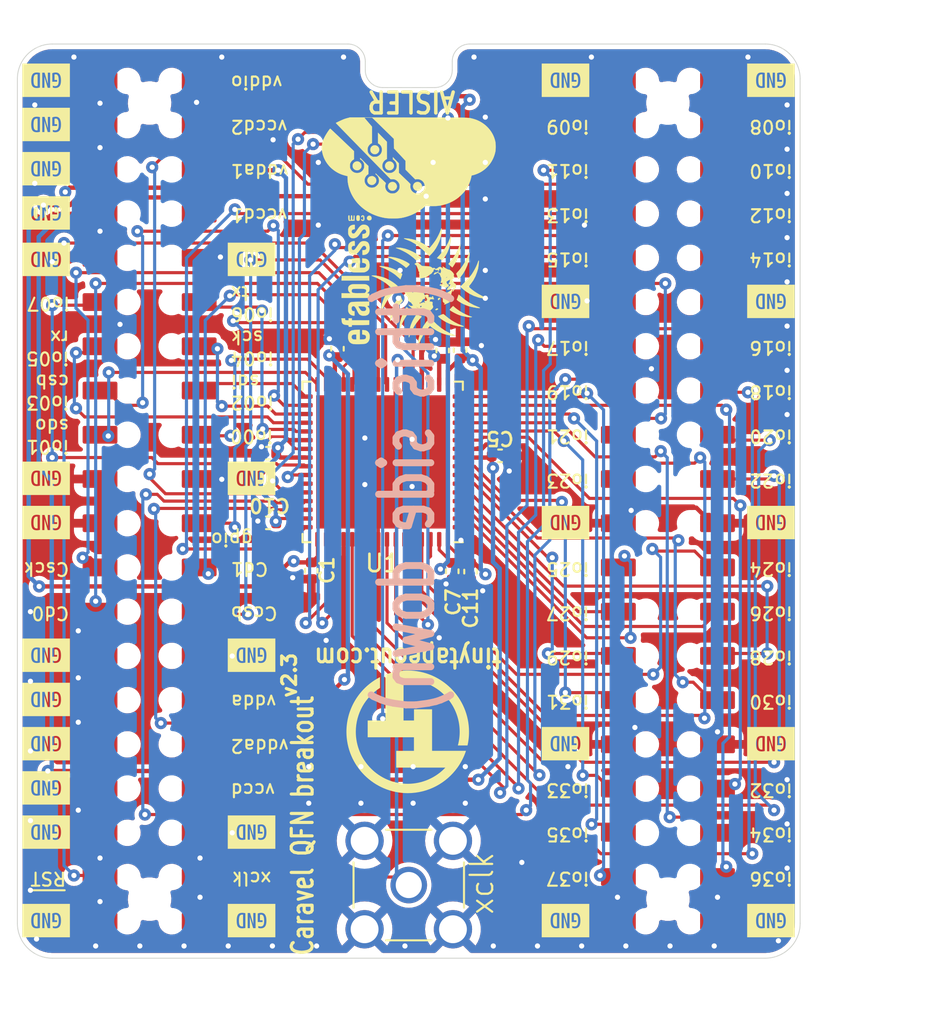
<source format=kicad_pcb>
(kicad_pcb (version 20221018) (generator pcbnew)
  (title_block (title "Caravel Breakout QFN") (date "2023-11-22") (rev "2.3") (comment 1 "(C) 2023 Pat Deegan"))
  (layers (0 "F.Cu" signal) (31 "B.Cu" signal) (34 "B.Paste" user) (35 "F.Paste" user) (36 "B.SilkS" user "B.Silkscreen") (37 "F.SilkS" user "F.Silkscreen") (38 "B.Mask" user) (39 "F.Mask" user) (44 "Edge.Cuts" user))
  (net 0 "")
  (net 1 "GND")
  (net 2 "vddio")
  (net 3 "vccd2")
  (net 4 "vccd1")
  (net 5 "vdda1")
  (net 6 "vdda2")
  (net 7 "~{rst}{slash}mio[7]")
  (net 8 "clk{slash}mio[6]")
  (net 9 "usrclk2{slash}mio[5]")
  (net 10 "SCK{slash}mio[4]")
  (net 11 "CSB{slash}mio[3]")
  (net 12 "SDI{slash}mio[2]")
  (net 13 "SDO{slash}mio[1]")
  (net 14 "JTAG{slash}mio[0]")
  (net 15 "ui_in[1]{slash}mio[9]")
  (net 16 "ui_in[0]{slash}mio[8]")
  (net 17 "ui_in[3]{slash}mio[11]")
  (net 18 "ui_in[2]{slash}mio[10]")
  (net 19 "ui_in[5]{slash}mio[13]")
  (net 20 "ui_in[4]{slash}mio[12]")
  (net 21 "ui_in[7]{slash}mio[15]")
  (net 22 "ui_in[6]{slash}mio[14]")
  (net 23 "uo_out[1]{slash}mio[17]")
  (net 24 "uo_out[0]{slash}mio[16]")
  (net 25 "uo_out[3]{slash}mio[19]")
  (net 26 "uo_out[2]{slash}mio[18]")
  (net 27 "uo_out[5]{slash}mio[21]")
  (net 28 "uo_out[4]{slash}mio[20]")
  (net 29 "uo_out[7]{slash}mio[23]")
  (net 30 "uo_out[6]{slash}mio[22]")
  (net 31 "uio[1]{slash}mio[25]")
  (net 32 "uio[0]{slash}mio[24]")
  (net 33 "uio[3]{slash}mio[27]")
  (net 34 "uio[2]{slash}mio[26]")
  (net 35 "uio[5]{slash}mio[29]")
  (net 36 "uio[4]{slash}mio[28]")
  (net 37 "uio[7]{slash}mio[31]")
  (net 38 "uio[6]{slash}mio[30]")
  (net 39 "mio[33]")
  (net 40 "ctrl_ena{slash}mio[32]")
  (net 41 "gpio")
  (net 42 "Caravel_D0")
  (net 43 "Caravel_CSB")
  (net 44 "~{RST}")
  (net 45 "Caravel_D1")
  (net 46 "xclk")
  (net 47 "mio[35]")
  (net 48 "ctrl_sel_inc{slash}mio[34]")
  (net 49 "Caravel_SCK")
  (net 50 "mio[37]")
  (net 51 "~{ctrl_sel_rst}{slash}mio[36]")
  (net 52 "vdda")
  (net 53 "vccd")
  (footprint "Capacitor_SMD:C_0402_1005Metric" (layer "F.Cu") (at 73 47.78 90)
    (fp_text reference "C7")
    (fp_text value "0.1uf" hide)
  )
  (footprint "Capacitor_SMD:C_0402_1005Metric" (layer "F.Cu") (at 64.9 47.75 90)
    (fp_text reference "C1")
    (fp_text value "0.1uf" hide)
  )
  (footprint "Capacitor_SMD:C_0402_1005Metric" (layer "F.Cu") (at 62.4 41 180)
    (fp_text reference "C2" hide)
    (fp_text value "0.1uf" hide)
  )
  (footprint "Capacitor_SMD:C_0402_1005Metric" (layer "F.Cu") (at 73.45 35.08 -90)
    (fp_text reference "C6" hide)
    (fp_text value "0.1uf" hide)
  )
  (footprint "Capacitor_SMD:C_0402_1005Metric" (layer "F.Cu") (at 72.45 35.1 -90)
    (fp_text reference "C4" hide)
    (fp_text value "0.1uf" hide)
  )
  (footprint "Capacitor_SMD:C_0402_1005Metric" (layer "F.Cu") (at 66.4 35 90)
    (fp_text reference "C3" hide)
    (fp_text value "0.1uf" hide)
  )
  (footprint "Capacitor_SMD:C_0402_1005Metric" (layer "F.Cu") (at 75.75 41.15 180)
    (fp_text reference "C5")
    (fp_text value "0.1uf" hide)
  )
  (footprint "flyingcarsfootprints:StitchingVia-0.3mm" (layer "F.Cu") (at 88.06 69.3)
    (fp_text reference "STITCH24" hide)
    (fp_text value "StitchingVia-0.3mm" hide)
  )
  (footprint "kibuzzard-6288F08E" (layer "F.Cu") (at 91.322 57.681 180)
    (fp_text reference "kibuzzard-6288F08E" hide)
    (fp_text value "G***" hide)
  )
  (footprint "BreakoutCommon:FH-00339" (layer "F.Cu") (at 85.4 43.75 -90)
    (fp_text reference "CON2" hide)
    (fp_text value "REF-182665-01" hide)
  )
  (footprint "flyingcarsfootprints:StitchingVia-0.3mm" (layer "F.Cu") (at 48.75 58.1)
    (fp_text reference "STITCH18" hide)
    (fp_text value "StitchingVia-0.3mm" hide)
  )
  (footprint "flyingcarsfootprints:StitchingVia-0.3mm" (layer "F.Cu") (at 74.25 18.25)
    (fp_text reference "STITCH" hide)
    (fp_text value "StitchingVia-0.3mm" hide)
  )
  (footprint "flyingcarsfootprints:StitchingVia-0.3mm" (layer "F.Cu") (at 49.1 68.9)
    (fp_text reference "STITCH10" hide)
    (fp_text value "StitchingVia-0.3mm" hide)
  )
  (footprint "flyingcarsfootprints:StitchingVia-0.3mm" (layer "F.Cu") (at 55.04 69.3)
    (fp_text reference "STITCH11" hide)
    (fp_text value "StitchingVia-0.3mm" hide)
  )
  (footprint "kibuzzard-6288F08E" (layer "F.Cu") (at 61.462 52.601 180)
    (fp_text reference "kibuzzard-6288F08E" hide)
    (fp_text value "G***" hide)
  )
  (footprint "Logos:ef_logo" (layer "F.Cu") (at 67.5 31.1 90)
    (fp_text reference "REF**" hide)
    (fp_text value "Logo" hide)
  )
  (footprint "kibuzzard-6288F08E" (layer "F.Cu") (at 91.322 44.981 180)
    (fp_text reference "kibuzzard-6288F08E" hide)
    (fp_text value "G***" hide)
  )
  (footprint "flyingcarsfootprints:StitchingVia-0.3mm" (layer "F.Cu") (at 92.25 36.24)
    (fp_text reference "STITCH6" hide)
    (fp_text value "StitchingVia-0.3mm" hide)
  )
  (footprint "kibuzzard-6288F08E" (layer "F.Cu") (at 79.511 57.681 180)
    (fp_text reference "kibuzzard-6288F08E" hide)
    (fp_text value "G***" hide)
  )
  (footprint "flyingcarsfootprints:StitchingVia-0.3mm" (layer "F.Cu") (at 84.45 36.15)
    (fp_text reference "STITCH29" hide)
    (fp_text value "StitchingVia-0.3mm" hide)
  )
  (footprint "flyingcarsfootprints:StitchingVia-0.3mm" (layer "F.Cu") (at 62.66 69.3)
    (fp_text reference "STITCH14" hide)
    (fp_text value "StitchingVia-0.3mm" hide)
  )
  (footprint "flyingcarsfootprints:StitchingVia-0.3mm" (layer "F.Cu") (at 49 21)
    (fp_text reference "STITCH" hide)
    (fp_text value "StitchingVia-0.3mm" hide)
  )
  (footprint "flyingcarsfootprints:StitchingVia-0.3mm" (layer "F.Cu") (at 60.35 62.8)
    (fp_text reference "STITCH29" hide)
    (fp_text value "StitchingVia-0.3mm" hide)
  )
  (footprint "flyingcarsfootprints:StitchingVia-0.3mm" (layer "F.Cu") (at 58.3 20.85)
    (fp_text reference "STITCH29" hide)
    (fp_text value "StitchingVia-0.3mm" hide)
  )
  (footprint "kibuzzard-6288F08E" (layer "F.Cu") (at 79.511 44.981 180)
    (fp_text reference "kibuzzard-6288F08E" hide)
    (fp_text value "G***" hide)
  )
  (footprint "Logos:TT_logo" (layer "F.Cu") (at 70.4 56.95 180)
    (fp_text reference "REF**" hide)
    (fp_text value "TT_logo" hide)
  )
  (footprint "flyingcarsfootprints:StitchingVia-0.3mm" (layer "F.Cu") (at 92.25 33.7)
    (fp_text reference "STITCH5" hide)
    (fp_text value "StitchingVia-0.3mm" hide)
  )
  (footprint "flyingcarsfootprints:StitchingVia-0.3mm" (layer "F.Cu") (at 92.25 23.54)
    (fp_text reference "STITCH1" hide)
    (fp_text value "StitchingVia-0.3mm" hide)
  )
  (footprint "flyingcarsfootprints:StitchingVia-0.3mm" (layer "F.Cu") (at 92.25 21)
    (fp_text reference "STITCH" hide)
    (fp_text value "StitchingVia-0.3mm" hide)
  )
  (footprint "Capacitor_SMD:C_0402_1005Metric" (layer "F.Cu") (at 74.05 47.8 90)
    (fp_text reference "C11")
    (fp_text value "0.1uf" hide)
  )
  (footprint "flyingcarsfootprints:StitchingVia-0.3mm" (layer "F.Cu") (at 92.25 62.29)
    (fp_text reference "STITCH8" hide)
    (fp_text value "StitchingVia-0.3mm" hide)
  )
  (footprint "kibuzzard-6288F08E" (layer "F.Cu") (at 49.651 67.841 180)
    (fp_text reference "kibuzzard-6288F08E" hide)
    (fp_text value "G***" hide)
  )
  (footprint "flyingcarsfootprints:StitchingVia-0.3mm" (layer "F.Cu") (at 62.7 23)
    (fp_text reference "STITCH" hide)
    (fp_text value "StitchingVia-0.3mm" hide)
  )
  (footprint "flyingcarsfootprints:StitchingVia-0.3mm" (layer "F.Cu") (at 92.25 59.75)
    (fp_text reference "STITCH7" hide)
    (fp_text value "StitchingVia-0.3mm" hide)
  )
  (footprint "flyingcarsfootprints:StitchingVia-0.3mm" (layer "F.Cu") (at 66.75 18.25)
    (fp_text reference "STITCH" hide)
    (fp_text value "StitchingVia-0.3mm" hide)
  )
  (footprint "kibuzzard-6288F08E" (layer "F.Cu") (at 61.462 42.441 180)
    (fp_text reference "kibuzzard-6288F08E" hide)
    (fp_text value "G***" hide)
  )
  (footprint "flyingcarsfootprints:StitchingVia-0.3mm" (layer "F.Cu") (at 65.3 27.9)
    (fp_text reference "STITCH" hide)
    (fp_text value "StitchingVia-0.3mm" hide)
  )
  (footprint "flyingcarsfootprints:StitchingVia-0.3mm" (layer "F.Cu") (at 80.6 27.9)
    (fp_text reference "STITCH" hide)
    (fp_text value "StitchingVia-0.3mm" hide)
  )
  (footprint "flyingcarsfootprints:StitchingVia-0.3mm" (layer "F.Cu") (at 75.36 69.3)
    (fp_text reference "STITCH19" hide)
    (fp_text value "StitchingVia-0.3mm" hide)
  )
  (footprint "flyingcarsfootprints:StitchingVia-0.3mm" (layer "F.Cu") (at 71.9 24.3)
    (fp_text reference "STITCH" hide)
    (fp_text value "StitchingVia-0.3mm" hide)
  )
  (footprint "flyingcarsfootprints:StitchingVia-0.3mm" (layer "F.Cu") (at 51.25 18.25)
    (fp_text reference "STITCH" hide)
    (fp_text value "StitchingVia-0.3mm" hide)
  )
  (footprint "flyingcarsfootprints:StitchingVia-0.3mm" (layer "F.Cu") (at 48.75 50.1)
    (fp_text reference "STITCH" hide)
    (fp_text value "StitchingVia-0.3mm" hide)
  )
  (footprint "flyingcarsfootprints:StitchingVia-0.3mm" (layer "F.Cu") (at 74.9 24.3)
    (fp_text reference "STITCH" hide)
    (fp_text value "StitchingVia-0.3mm" hide)
  )
  (footprint "flyingcarsfootprints:StitchingVia-0.3mm" (layer "F.Cu") (at 48.75 54.1)
    (fp_text reference "STITCH16" hide)
    (fp_text value "StitchingVia-0.3mm" hide)
  )
  (footprint "flyingcarsfootprints:StitchingVia-0.3mm" (layer "F.Cu") (at 73.75 61.1)
    (fp_text reference "STITCH" hide)
    (fp_text value "StitchingVia-0.3mm" hide)
  )
  (footprint "kibuzzard-6288F08E" (layer "F.Cu") (at 49.651 19.581 180)
    (fp_text reference "kibuzzard-6288F08E" hide)
    (fp_text value "G***" hide)
  )
  (footprint "kibuzzard-6288F08E" (layer "F.Cu") (at 49.651 42.441 180)
    (fp_text reference "kibuzzard-6288F08E" hide)
    (fp_text value "G***" hide)
  )
  (footprint "flyingcarsfootprints:StitchingVia-0.3mm" (layer "F.Cu") (at 74.9 26.4)
    (fp_text reference "STITCH" hide)
    (fp_text value "StitchingVia-0.3mm" hide)
  )
  (footprint "kibuzzard-6288F08E" (layer "F.Cu") (at 61.462 62.761 180)
    (fp_text reference "kibuzzard-6288F08E" hide)
    (fp_text value "G***" hide)
  )
  (footprint "flyingcarsfootprints:StitchingVia-0.3mm" (layer "F.Cu") (at 92.25 38.78)
    (fp_text reference "STITCH7" hide)
    (fp_text value "StitchingVia-0.3mm" hide)
  )
  (footprint "flyingcarsfootprints:StitchingVia-0.3mm" (layer "F.Cu") (at 49 25.5)
    (fp_text reference "STITCH" hide)
    (fp_text value "StitchingVia-0.3mm" hide)
  )
  (footprint "flyingcarsfootprints:StitchingVia-0.3mm" (layer "F.Cu") (at 74.9 30.5)
    (fp_text reference "STITCH" hide)
    (fp_text value "StitchingVia-0.3mm" hide)
  )
  (footprint "flyingcarsfootprints:StitchingVia-0.3mm" (layer "F.Cu") (at 77 64.5)
    (fp_text reference "STITCH10" hide)
    (fp_text value "StitchingVia-0.3mm" hide)
  )
  (footprint "flyingcarsfootprints:StitchingVia-0.3mm" (layer "F.Cu") (at 74.9 21.7)
    (fp_text reference "STITCH29" hide)
    (fp_text value "StitchingVia-0.3mm" hide)
  )
  (footprint "flyingcarsfootprints:StitchingVia-0.3mm" (layer "F.Cu") (at 67.75 61.1)
    (fp_text reference "STITCH28" hide)
    (fp_text value "StitchingVia-0.3mm" hide)
  )
  (footprint "flyingcarsfootprints:StitchingVia-0.3mm" (layer "F.Cu") (at 53.9 33.6)
    (fp_text reference "STITCH" hide)
    (fp_text value "StitchingVia-0.3mm" hide)
  )
  (footprint "flyingcarsfootprints:StitchingVia-0.3mm" (layer "F.Cu") (at 51.5 53.9)
    (fp_text reference "STITCH" hide)
    (fp_text value "StitchingVia-0.3mm" hide)
  )
  (footprint "Capacitor_SMD:C_0402_1005Metric" (layer "F.Cu") (at 62.4 45 180)
    (fp_text reference "C10")
    (fp_text value "0.1uf" hide)
  )
  (footprint "flyingcarsfootprints:StitchingVia-0.3mm" (layer "F.Cu") (at 92.25 31.16)
    (fp_text reference "STITCH4" hide)
    (fp_text value "StitchingVia-0.3mm" hide)
  )
  (footprint "flyingcarsfootprints:StitchingVia-0.3mm" (layer "F.Cu") (at 51.5 56.45)
    (fp_text reference "STITCH" hide)
    (fp_text value "StitchingVia-0.3mm" hide)
  )
  (footprint "flyingcarsfootprints:StitchingVia-0.3mm" (layer "F.Cu") (at 70.75 61.1)
    (fp_text reference "STITCH27" hide)
    (fp_text value "StitchingVia-0.3mm" hide)
  )
  (footprint "flyingcarsfootprints:StitchingVia-0.3mm" (layer "F.Cu") (at 72.25 51.6)
    (fp_text reference "STITCH" hide)
    (fp_text value "StitchingVia-0.3mm" hide)
  )
  (footprint "flyingcarsfootprints:StitchingVia-0.3mm" (layer "F.Cu") (at 48.75 62.1)
    (fp_text reference "STITCH25" hide)
    (fp_text value "StitchingVia-0.3mm" hide)
  )
  (footprint "kibuzzard-6288F08E" (layer "F.Cu") (at 49.651 52.601 180)
    (fp_text reference "kibuzzard-6288F08E" hide)
    (fp_text value "G***" hide)
  )
  (footprint "kibuzzard-6288F08E" (layer "F.Cu") (at 49.651 29.868 180)
    (fp_text reference "kibuzzard-6288F08E" hide)
    (fp_text value "G***" hide)
  )
  (footprint "flyingcarsfootprints:StitchingVia-0.3mm" (layer "F.Cu") (at 48.75 66.1)
    (fp_text reference "STITCH26" hide)
    (fp_text value "StitchingVia-0.3mm" hide)
  )
  (footprint "flyingcarsfootprints:StitchingVia-0.3mm" (layer "F.Cu") (at 64.75 59)
    (fp_text reference "STITCH29" hide)
    (fp_text value "StitchingVia-0.3mm" hide)
  )
  (footprint "kibuzzard-6288F08E" (layer "F.Cu") (at 49.651 44.981 180)
    (fp_text reference "kibuzzard-6288F08E" hide)
    (fp_text value "G***" hide)
  )
  (footprint "flyingcarsfootprints:StitchingVia-0.3mm" (layer "F.Cu") (at 60.12 69.3)
    (fp_text reference "STITCH13" hide)
    (fp_text value "StitchingVia-0.3mm" hide)
  )
  (footprint "Logos:aisler_logo_10" (layer "F.Cu") (at 70.290712 21.729092 180)
    (fp_text reference "REF**" hide)
    (fp_text value "aisler_logo_10" hide)
  )
  (footprint "flyingcarsfootprints:StitchingVia-0.3mm" (layer "F.Cu") (at 64.75 61.1)
    (fp_text reference "STITCH29" hide)
    (fp_text value "StitchingVia-0.3mm" hide)
  )
  (footprint "kibuzzard-6288F08E" (layer "F.Cu") (at 91.322 67.841 180)
    (fp_text reference "kibuzzard-6288F08E" hide)
    (fp_text value "G***" hide)
  )
  (footprint "flyingcarsfootprints:StitchingVia-0.3mm" (layer "F.Cu") (at 67.75 59)
    (fp_text reference "STITCH28" hide)
    (fp_text value "StitchingVia-0.3mm" hide)
  )
  (footprint "Package_DFN_QFN:QFN-64-1EP_9x9mm_P0.5mm_EP7.65x7.65mm" (layer "F.Cu") (at 69 41.5 180)
    (fp_text reference "U1")
    (fp_text value "Caravel_QFN_TT4" hide)
  )
  (footprint "kibuzzard-6288F08E" (layer "F.Cu") (at 79.511 19.581 180)
    (fp_text reference "kibuzzard-6288F08E" hide)
    (fp_text value "G***" hide)
  )
  (footprint "flyingcarsfootprints:StitchingVia-0.3mm" (layer "F.Cu") (at 70 30.5)
    (fp_text reference "STITCH" hide)
    (fp_text value "StitchingVia-0.3mm" hide)
  )
  (footprint "flyingcarsfootprints:StitchingVia-0.3mm" (layer "F.Cu") (at 51.5 61.5)
    (fp_text reference "STITCH" hide)
    (fp_text value "StitchingVia-0.3mm" hide)
  )
  (footprint "flyingcarsfootprints:StitchingVia-0.3mm" (layer "F.Cu") (at 81 18.25)
    (fp_text reference "STITCH" hide)
    (fp_text value "StitchingVia-0.3mm" hide)
  )
  (footprint "flyingcarsfootprints:StitchingVia-0.3mm" (layer "F.Cu") (at 77.9 69.3)
    (fp_text reference "STITCH20" hide)
    (fp_text value "StitchingVia-0.3mm" hide)
  )
  (footprint "flyingcarsfootprints:StitchingVia-0.3mm" (layer "F.Cu") (at 92.25 28.62)
    (fp_text reference "STITCH3" hide)
    (fp_text value "StitchingVia-0.3mm" hide)
  )
  (footprint "flyingcarsfootprints:StitchingVia-0.3mm" (layer "F.Cu") (at 57.58 69.3)
    (fp_text reference "STITCH12" hide)
    (fp_text value "StitchingVia-0.3mm" hide)
  )
  (footprint "flyingcarsfootprints:StitchingVia-0.3mm" (layer "F.Cu") (at 82.98 69.3)
    (fp_text reference "STITCH22" hide)
    (fp_text value "StitchingVia-0.3mm" hide)
  )
  (footprint "flyingcarsfootprints:StitchingVia-0.3mm" (layer "F.Cu") (at 52.5 69.3)
    (fp_text reference "STITCH10" hide)
    (fp_text value "StitchingVia-0.3mm" hide)
  )
  (footprint "kibuzzard-6288F08E" (layer "F.Cu") (at 61.462 67.841 180)
    (fp_text reference "kibuzzard-6288F08E" hide)
    (fp_text value "G***" hide)
  )
  (footprint "Logos:ef_logo_graphical" (layer "F.Cu") (at 71.75 31.45 180)
    (fp_text reference "REF**" hide)
    (fp_text value "Logo" hide)
  )
  (footprint "kibuzzard-6288F08E" (layer "F.Cu") (at 49.651 62.761 180)
    (fp_text reference "kibuzzard-6288F08E" hide)
    (fp_text value "G***" hide)
  )
  (footprint "flyingcarsfootprints:StitchingVia-0.3mm" (layer "F.Cu") (at 70.75 59)
    (fp_text reference "STITCH27" hide)
    (fp_text value "StitchingVia-0.3mm" hide)
  )
  (footprint "flyingcarsfootprints:StitchingVia-0.3mm" (layer "F.Cu") (at 70.28 69.3)
    (fp_text reference "STITCH17" hide)
    (fp_text value "StitchingVia-0.3mm" hide)
  )
  (footprint "flyingcarsfootprints:StitchingVia-0.3mm" (layer "F.Cu") (at 60.35 52.65)
    (fp_text reference "STITCH29" hide)
    (fp_text value "StitchingVia-0.3mm" hide)
  )
  (footprint "ok-connectors:TE_5-1814832-2" (layer "F.Cu") (at 70.5 65.8)
    (fp_text reference "CON3" hide)
    (fp_text value "73251-1352" hide)
  )
  (footprint "flyingcarsfootprints:StitchingVia-0.3mm" (layer "F.Cu") (at 79.65 59)
    (fp_text reference "STITCH" hide)
    (fp_text value "StitchingVia-0.3mm" hide)
  )
  (footprint "flyingcarsfootprints:StitchingVia-0.3mm" (layer "F.Cu") (at 91.75 69)
    (fp_text reference "STITCH10" hide)
    (fp_text value "StitchingVia-0.3mm" hide)
  )
  (footprint "flyingcarsfootprints:StitchingVia-0.3mm" (layer "F.Cu") (at 92.25 64.83)
    (fp_text reference "STITCH9" hide)
    (fp_text value "StitchingVia-0.3mm" hide)
  )
  (footprint "flyingcarsfootprints:StitchingVia-0.3mm" (layer "F.Cu") (at 59.75 18.25)
    (fp_text reference "STITCH" hide)
    (fp_text value "StitchingVia-0.3mm" hide)
  )
  (footprint "kibuzzard-6288F08E" (layer "F.Cu") (at 49.651 57.681 180)
    (fp_text reference "kibuzzard-6288F08E" hide)
    (fp_text value "G***" hide)
  )
  (footprint "kibuzzard-6288F08E" (layer "F.Cu") (at 91.322 32.281 180)
    (fp_text reference "kibuzzard-6288F08E" hide)
    (fp_text value "G***" hide)
  )
  (footprint "flyingcarsfootprints:StitchingVia-0.3mm" (layer "F.Cu") (at 92.25 26.08)
    (fp_text reference "STITCH2" hide)
    (fp_text value "StitchingVia-0.3mm" hide)
  )
  (footprint "flyingcarsfootprints:StitchingVia-0.3mm" (layer "F.Cu") (at 65.3 24.3)
    (fp_text reference "STITCH" hide)
    (fp_text value "StitchingVia-0.3mm" hide)
  )
  (footprint "flyingcarsfootprints:StitchingVia-0.3mm" (layer "F.Cu") (at 74.9 32.1)
    (fp_text reference "STITCH29" hide)
    (fp_text value "StitchingVia-0.3mm" hide)
  )
  (footprint "flyingcarsfootprints:StitchingVia-0.3mm" (layer "F.Cu") (at 65.2 69.3)
    (fp_text reference "STITCH15" hide)
    (fp_text value "StitchingVia-0.3mm" hide)
  )
  (footprint "flyingcarsfootprints:StitchingVia-0.3mm" (layer "F.Cu") (at 51.5 51.2)
    (fp_text reference "STITCH" hide)
    (fp_text value "StitchingVia-0.3mm" hide)
  )
  (footprint "kibuzzard-6288F08E" (layer "F.Cu") (at 49.651 24.661 180)
    (fp_text reference "kibuzzard-6288F08E" hide)
    (fp_text value "G***" hide)
  )
  (footprint "kibuzzard-6288F08E" (layer "F.Cu") (at 49.651 27.201 180)
    (fp_text reference "kibuzzard-6288F08E" hide)
    (fp_text value "G***" hide)
  )
  (footprint "kibuzzard-6288F08E" (layer "F.Cu") (at 79.511 32.281 180)
    (fp_text reference "kibuzzard-6288F08E" hide)
    (fp_text value "G***" hide)
  )
  (footprint "BreakoutCommon:FH-00339" (layer "F.Cu") (at 55.6 43.75 -90)
    (fp_text reference "CON1" hide)
    (fp_text value "REF-182665-01" hide)
  )
  (footprint "kibuzzard-6288F08E" (layer "F.Cu") (at 49.651 55.141 180)
    (fp_text reference "kibuzzard-6288F08E" hide)
    (fp_text value "G***" hide)
  )
  (footprint "kibuzzard-6288F08E" (layer "F.Cu") (at 61.462 29.868 180)
    (fp_text reference "kibuzzard-6288F08E" hide)
    (fp_text value "G***" hide)
  )
  (footprint "flyingcarsfootprints:StitchingVia-0.3mm" (layer "F.Cu") (at 90 18.25)
    (fp_text reference "STITCH" hide)
    (fp_text value "StitchingVia-0.3mm" hide)
  )
  (footprint "kibuzzard-6288F08E" (layer "F.Cu") (at 79.511 67.841 180)
    (fp_text reference "kibuzzard-6288F08E" hide)
    (fp_text value "G***" hide)
  )
  (footprint "flyingcarsfootprints:StitchingVia-0.3mm" (layer "F.Cu") (at 73.75 59)
    (fp_text reference "STITCH" hide)
    (fp_text value "StitchingVia-0.3mm" hide)
  )
  (footprint "kibuzzard-6288F08E" (layer "F.Cu") (at 49.651 22.121 180)
    (fp_text reference "kibuzzard-6288F08E" hide)
    (fp_text value "G***" hide)
  )
  (footprint "flyingcarsfootprints:StitchingVia-0.3mm" (layer "F.Cu") (at 85.52 69.3)
    (fp_text reference "STITCH23" hide)
    (fp_text value "StitchingVia-0.3mm" hide)
  )
  (footprint "kibuzzard-6288F08E" (layer "F.Cu") (at 49.651 60.221 180)
    (fp_text reference "kibuzzard-6288F08E" hide)
    (fp_text value "G***" hide)
  )
  (footprint "flyingcarsfootprints:StitchingVia-0.3mm" (layer "F.Cu") (at 80.44 69.3)
    (fp_text reference "STITCH21" hide)
    (fp_text value "StitchingVia-0.3mm" hide)
  )
  (footprint "kibuzzard-6288F08E" (layer "F.Cu") (at 91.322 19.581 180)
    (fp_text reference "kibuzzard-6288F08E" hide)
    (fp_text value "G***" hide)
  )
  (gr_line (start 48.684 66.1) (end 50.716 66.1) (stroke (width 0.12)) (layer "F.SilkS"))
  (gr_arc (start 67 17.5) (mid 67.707107 17.792893) (end 68 18.5) (stroke (width 0.05)) (layer "Edge.Cuts"))
  (gr_line (start 68 18.5) (end 68 19) (stroke (width 0.05)) (layer "Edge.Cuts"))
  (gr_line locked (start 50 70) (end 91 70) (stroke (width 0.05)) (layer "Edge.Cuts"))
  (gr_arc locked (start 93 68) (mid 92.414214 69.414214) (end 91 70) (stroke (width 0.05)) (layer "Edge.Cuts"))
  (gr_arc locked (start 48 19.5) (mid 48.585786 18.085786) (end 50 17.5) (stroke (width 0.05)) (layer "Edge.Cuts"))
  (gr_line (start 73 19) (end 73 18.5) (stroke (width 0.05)) (layer "Edge.Cuts"))
  (gr_arc (start 73 18.5) (mid 73.292893 17.792893) (end 74 17.5) (stroke (width 0.05)) (layer "Edge.Cuts"))
  (gr_line (start 69 20) (end 72 20) (stroke (width 0.05)) (layer "Edge.Cuts"))
  (gr_arc locked (start 50 70) (mid 48.585786 69.414214) (end 48 68) (stroke (width 0.05)) (layer "Edge.Cuts"))
  (gr_arc (start 69 20) (mid 68.292893 19.707107) (end 68 19) (stroke (width 0.05)) (layer "Edge.Cuts"))
  (gr_arc (start 91 17.5) (mid 92.414214 18.085786) (end 93 19.5) (stroke (width 0.05)) (layer "Edge.Cuts"))
  (gr_line locked (start 48 19.5) (end 48 68) (stroke (width 0.05)) (layer "Edge.Cuts"))
  (gr_line (start 91 17.5) (end 74 17.5) (stroke (width 0.05)) (layer "Edge.Cuts"))
  (gr_line locked (start 93 19.5) (end 93 68) (stroke (width 0.05)) (layer "Edge.Cuts"))
  (gr_arc (start 73 19) (mid 72.707107 19.707107) (end 72 20) (stroke (width 0.05)) (layer "Edge.Cuts"))
  (gr_line (start 50 17.5) (end 67 17.5) (stroke (width 0.05)) (layer "Edge.Cuts"))
  (gr_text "(this side down)" (at 70.4 43.5 90) (layer "B.SilkS") (effects (font (size 3 2) (thickness 0.4)) (justify mirror)))
  (gr_text "vddio" (at 60.192 19.708 180) (layer "F.SilkS") (effects (font (size 0.75 0.75) (thickness 0.12)) (justify right)))
  (gr_text "io36" (at 91.322 65.428 180) (layer "F.SilkS") (effects (font (size 0.75 0.75) (thickness 0.12))))
  (gr_text "io18" (at 91.322 37.488 180) (layer "F.SilkS") (effects (font (size 0.75 0.75) (thickness 0.12))))
  (gr_text "io23" (at 79.638 42.568 180) (layer "F.SilkS") (effects (font (size 0.75 0.75) (thickness 0.12))))
  (gr_text "io34" (at 91.322 62.888 180) (layer "F.SilkS") (effects (font (size 0.75 0.75) (thickness 0.12))))
  (gr_text "xclk" (at 61.462 65.428 180) (layer "F.SilkS") (effects (font (size 0.75 0.75) (thickness 0.12))))
  (gr_text "io04\nsck" (at 60.192 34.948 180) (layer "F.SilkS") (effects (font (size 0.75 0.75) (thickness 0.12)) (justify right)))
  (gr_text "io29" (at 79.638 52.728 180) (layer "F.SilkS") (effects (font (size 0.75 0.75) (thickness 0.12))))
  (gr_text "gpio" (at 59.05 45.95 180) (layer "F.SilkS") (effects (font (size 0.75 0.75) (thickness 0.12)) (justify right)))
  (gr_text "vdda2" (at 60.192 57.808 180) (layer "F.SilkS") (effects (font (size 0.75 0.75) (thickness 0.12)) (justify right)))
  (gr_text "io01\nsdo" (at 51.048 40.028 180) (layer "F.SilkS") (effects (font (size 0.75 0.75) (thickness 0.12)) (justify left)))
  (gr_text "io37" (at 79.638 65.428 180) (layer "F.SilkS") (effects (font (size 0.75 0.75) (thickness 0.12))))
  (gr_text "io25" (at 79.638 47.648 180) (layer "F.SilkS") (effects (font (size 0.75 0.75) (thickness 0.12))))
  (gr_text "io21" (at 79.638 40.028 180) (layer "F.SilkS") (effects (font (size 0.75 0.75) (thickness 0.12))))
  (gr_text "vdda1" (at 60.192 24.788 180) (layer "F.SilkS") (effects (font (size 0.75 0.75) (thickness 0.12)) (justify right)))
  (gr_text "vccd1" (at 60.192 27.328 180) (layer "F.SilkS") (effects (font (size 0.75 0.75) (thickness 0.12)) (justify right)))
  (gr_text "vccd2" (at 60.192 22.248 180) (layer "F.SilkS") (effects (font (size 0.75 0.75) (thickness 0.12)) (justify right)))
  (gr_text "Cd1" (at 60.192 47.648 180) (layer "F.SilkS") (effects (font (size 0.75 0.75) (thickness 0.12)) (justify right)))
  (gr_text "RST" (at 49.778 65.428 180) (layer "F.SilkS") (effects (font (size 0.75 0.75) (thickness 0.12))))
  (gr_text "v2.3" (at 64.1 53.75 90) (layer "F.SilkS") (effects (font (size 0.8 0.8) (thickness 0.18) bold) (justify bottom)))
  (gr_text "io08" (at 91.322 22.248 180) (layer "F.SilkS") (effects (font (size 0.75 0.75) (thickness 0.12))))
  (gr_text "io35" (at 79.638 62.888 180) (layer "F.SilkS") (effects (font (size 0.75 0.75) (thickness 0.12))))
  (gr_text "io14" (at 91.322 29.868 180) (layer "F.SilkS") (effects (font (size 0.75 0.75) (thickness 0.12))))
  (gr_text "xclk" (at 74.7 65.7 90) (layer "F.SilkS") (effects (font (size 1.3 1.2) (thickness 0.127))))
  (gr_text "io27" (at 79.638 50.188 180) (layer "F.SilkS") (effects (font (size 0.75 0.75) (thickness 0.12))))
  (gr_text "io10" (at 91.322 24.788 180) (layer "F.SilkS") (effects (font (size 0.75 0.75) (thickness 0.12))))
  (gr_text "io31" (at 79.638 55.268 180) (layer "F.SilkS") (effects (font (size 0.75 0.75) (thickness 0.12))))
  (gr_text "io26" (at 91.322 50.188 180) (layer "F.SilkS") (effects (font (size 0.75 0.75) (thickness 0.12))))
  (gr_text "tinytapeout.com" (at 70.45 52.1 180) (layer "F.SilkS") (effects (font (size 1.1 0.9) (thickness 0.18) bold) (justify bottom)))
  (gr_text "io22" (at 91.322 42.568 180) (layer "F.SilkS") (effects (font (size 0.75 0.75) (thickness 0.12))))
  (gr_text "vdda" (at 60.192 55.268 180) (layer "F.SilkS") (effects (font (size 0.75 0.75) (thickness 0.12)) (justify right)))
  (gr_text "io24" (at 91.322 47.648 180) (layer "F.SilkS") (effects (font (size 0.75 0.75) (thickness 0.12))))
  (gr_text "io12" (at 91.322 27.328 180) (layer "F.SilkS") (effects (font (size 0.75 0.75) (thickness 0.12))))
  (gr_text "io02\nsdi" (at 60.192 37.488 180) (layer "F.SilkS") (effects (font (size 0.75 0.75) (thickness 0.12)) (justify right)))
  (gr_text "Cd0" (at 51.048 50.188 180) (layer "F.SilkS") (effects (font (size 0.75 0.75) (thickness 0.12)) (justify left)))
  (gr_text "io17" (at 79.638 34.948 180) (layer "F.SilkS") (effects (font (size 0.75 0.75) (thickness 0.12))))
  (gr_text "io15" (at 79.638 29.868 180) (layer "F.SilkS") (effects (font (size 0.75 0.75) (thickness 0.12))))
  (gr_text "Csck" (at 51.048 47.648 180) (layer "F.SilkS") (effects (font (size 0.75 0.75) (thickness 0.12)) (justify left)))
  (gr_text "io32" (at 91.322 60.348 180) (layer "F.SilkS") (effects (font (size 0.75 0.75) (thickness 0.12))))
  (gr_text "io06\ntx" (at 60.192 32.408 180) (layer "F.SilkS") (effects (font (size 0.75 0.75) (thickness 0.12)) (justify right)))
  (gr_text "io30" (at 91.322 55.268 180) (layer "F.SilkS") (effects (font (size 0.75 0.75) (thickness 0.12))))
  (gr_text "Ccsb" (at 60.192 50.188 180) (layer "F.SilkS") (effects (font (size 0.75 0.75) (thickness 0.12)) (justify right)))
  (gr_text "vccd" (at 60.192 60.348 180) (layer "F.SilkS") (effects (font (size 0.75 0.75) (thickness 0.12)) (justify right)))
  (gr_text "io07" (at 49.778 32.408 180) (layer "F.SilkS") (effects (font (size 0.75 0.75) (thickness 0.12))))
  (gr_text "AISLER" (at 70.65 20.1 180) (layer "F.SilkS") (effects (font (size 1.2 1) (thickness 0.2) bold) (justify bottom)))
  (gr_text "io13" (at 79.638 27.328 180) (layer "F.SilkS") (effects (font (size 0.75 0.75) (thickness 0.12))))
  (gr_text "io19" (at 79.638 37.488 180) (layer "F.SilkS") (effects (font (size 0.75 0.75) (thickness 0.12))))
  (gr_text "io09" (at 79.638 22.248 180) (layer "F.SilkS") (effects (font (size 0.75 0.75) (thickness 0.12))))
  (gr_text "io28" (at 91.322 52.728 180) (layer "F.SilkS") (effects (font (size 0.75 0.75) (thickness 0.12))))
  (gr_text "io16" (at 91.322 34.948 180) (layer "F.SilkS") (effects (font (size 0.75 0.75) (thickness 0.12))))
  (gr_text "io00" (at 61.462 40.028 180) (layer "F.SilkS") (effects (font (size 0.75 0.75) (thickness 0.12))))
  (gr_text "io03\ncsb" (at 51.048 37.488 180) (layer "F.SilkS") (effects (font (size 0.75 0.75) (thickness 0.12)) (justify left)))
  (gr_text "io20" (at 91.322 40.028 180) (layer "F.SilkS") (effects (font (size 0.75 0.75) (thickness 0.12))))
  (gr_text "Caravel QFN breakout" (at 65.1 69.95 90) (layer "F.SilkS") (effects (font (size 1.2 0.9) (thickness 0.18) bold) (justify left bottom)))
  (gr_text "io05\nrx" (at 51.048 34.948 180) (layer "F.SilkS") (effects (font (size 0.75 0.75) (thickness 0.12)) (justify left)))
  (gr_text "io11" (at 79.638 24.788 180) (layer "F.SilkS") (effects (font (size 0.75 0.75) (thickness 0.12))))
  (gr_text "io33" (at 79.638 60.348 180) (layer "F.SilkS") (effects (font (size 0.75 0.75) (thickness 0.12))))
  (segment (start 73 48.26) (end 72.89 48.26) (width 0.25) (layer "F.Cu") (net 1))
  (segment (start 72.186617 34.62) (end 72.038116 34.471499) (width 0.25) (layer "F.Cu") (net 1))
  (segment (start 71.25 37.05) (end 71.25 34.5) (width 0.25) (layer "F.Cu") (net 1))
  (segment (start 82.89921 32.32) (end 83.245 32.66579) (width 0.25) (layer "F.Cu") (net 1))
  (segment (start 58.45 42.48) (end 59.73 42.48) (width 0.25) (layer "F.Cu") (net 1))
  (segment (start 88.25 67.88) (end 88.25 66.5) (width 0.25) (layer "F.Cu") (net 1))
  (segment (start 68.75 41.75) (end 69 41.5) (width 0.18) (layer "F.Cu") (net 1))
  (segment (start 52.75 62.8) (end 52.75 64.25) (width 0.25) (layer "F.Cu") (net 1))
  (segment (start 66.4 34.52) (end 66.028285 34.52) (width 0.25) (layer "F.Cu") (net 1))
  (segment (start 72.45 34.62) (end 72.186617 34.62) (width 0.25) (layer "F.Cu") (net 1))
  (segment (start 73.45 34.6) (end 74.456266 34.6) (width 0.25) (layer "F.Cu") (net 1))
  (segment (start 61.92 45) (end 61.92 45.83) (width 0.25) (layer "F.Cu") (net 1))
  (segment (start 64.55 40.75) (end 64 40.75) (width 0.1524) (layer "F.Cu") (net 1))
  (segment (start 83.245 32.66579) (end 83.245 32.686579) (width 0.25) (layer "F.Cu") (net 1))
  (segment (start 59.62484 29.78) (end 59.671908 29.732932) (width 0.18) (layer "F.Cu") (net 1))
  (segment (start 72.89 48.26) (end 72.642462 48.507538) (width 0.25) (layer "F.Cu") (net 1))
  (segment (start 82.55 66.55) (end 82.5 66.5) (width 0.25) (layer "F.Cu") (net 1))
  (segment (start 87.98 32.32) (end 88.25 32.32) (width 0.25) (layer "F.Cu") (net 1))
  (segment (start 74.94851 40.5) (end 75.59149 40.5) (width 0.25) (layer "F.Cu") (net 1))
  (segment (start 74.69851 40.75) (end 74.94851 40.5) (width 0.25) (layer "F.Cu") (net 1))
  (segment (start 63.908011 48.23) (end 63.826192 48.148181) (width 0.25) (layer "F.Cu") (net 1))
  (segment (start 62.607817 40.05) (end 62.029931 40.627886) (width 0.1524) (layer "F.Cu") (net 1))
  (segment (start 61.92 40.737817) (end 62.029931 40.627886) (width 0.25) (layer "F.Cu") (net 1))
  (segment (start 83.435 44.135) (end 87.036579 44.135) (width 0.25) (layer "F.Cu") (net 1))
  (segment (start 75.59149 40.5) (end 76.23 41.13851) (width 0.25) (layer "F.Cu") (net 1))
  (segment (start 66.9862 35.1062) (end 66.4 34.52) (width 0.1524) (layer "F.Cu") (net 1))
  (segment (start 72.009615 34.5) (end 72.038116 34.471499) (width 0.25) (layer "F.Cu") (net 1))
  (segment (start 61.92 44.992415) (end 61.822996 44.895411) (width 0.25) (layer "F.Cu") (net 1))
  (segment (start 52.75 19.62) (end 52.75 20.9) (width 0.25) (layer "F.Cu") (net 1))
  (segment (start 74.456266 34.6) (end 74.675 34.818734) (width 0.25) (layer "F.Cu") (net 1))
  (segment (start 87.036579 44.135) (end 87.451579 44.55) (width 0.25) (layer "F.Cu") (net 1))
  (segment (start 58.45 29.78) (end 59.62484 29.78) (width 0.18) (layer "F.Cu") (net 1))
  (segment (start 63.3 40.05) (end 62.607817 40.05) (width 0.1524) (layer "F.Cu") (net 1))
  (segment (start 74.67 48.9) (end 74.75 48.9) (width 0.25) (layer "F.Cu") (net 1))
  (segment (start 82.55 32.32) (end 80.82 32.32) (width 0.25) (layer "F.Cu") (net 1))
  (segment (start 52.75 22.16) (end 52.75 23.45) (width 0.25) (layer "F.Cu") (net 1))
  (segment (start 69.75 40.75) (end 69 41.5) (width 0.25) (layer "F.Cu") (net 1))
  (segment (start 74.05 48.28) (end 74.67 48.9) (width 0.25) (layer "F.Cu") (net 1))
  (segment (start 68.75 45.95) (end 68.75 41.75) (width 0.18) (layer "F.Cu") (net 1))
  (segment (start 50.22 29.78) (end 50 30) (width 0.18) (layer "F.Cu") (net 1))
  (segment (start 59.73 42.48) (end 59.75 42.5) (width 0.25) (layer "F.Cu") (net 1))
  (segment (start 88.25 57.72) (end 88.25 57) (width 0.25) (layer "F.Cu") (net 1))
  (segment (start 66.75 45.95) (end 66.75 51) (width 0.18) (layer "F.Cu") (net 1))
  (segment (start 66.75 37.05) (end 66.75 36.032476) (width 0.1524) (layer "F.Cu") (net 1))
  (segment (start 66.75 51) (end 66 51.75) (width 0.18) (layer "F.Cu") (net 1))
  (segment (start 87.095 33.205) (end 87.98 32.32) (width 0.25) (layer "F.Cu") (net 1))
  (segment (start 66.028285 34.52) (end 65.936228 34.427943) (width 0.25) (layer "F.Cu") (net 1))
  (segment (start 64 40.75) (end 63.5 40.25) (width 0.1524) (layer "F.Cu") (net 1))
  (segment (start 58.45 62.8) (end 58.45 64.2) (width 0.25) (layer "F.Cu") (net 1))
  (segment (start 73.45 40.75) (end 74.69851 40.75) (width 0.25) (layer "F.Cu") (net 1))
  (segment (start 64.55 40.25) (end 63.5 40.25) (width 0.1524) (layer "F.Cu") (net 1))
  (segment (start 82.55 57.72) (end 82.55 57.7) (width 0.25) (layer "F.Cu") (net 1))
  (segment (start 82.55 45.02) (end 83.285 44.285) (width 0.25) (layer "F.Cu") (net 1))
  (segment (start 66 51.75) (end 65.75 51.75) (width 0.18) (layer "F.Cu") (net 1))
  (segment (start 71.25 34.5) (end 72.009615 34.5) (width 0.25) (layer "F.Cu") (net 1))
  (segment (start 76.23 41.976466) (end 76.275314 42.02178) (width 0.25) (layer "F.Cu") (net 1))
  (segment (start 83.763421 33.205) (end 87.095 33.205) (width 0.25) (layer "F.Cu") (net 1))
  (segment (start 73.45 45.25) (end 73.45 45.95) (width 0.18) (layer "F.Cu") (net 1))
  (segment (start 69.75 37.05) (end 69.75 40.75) (width 0.25) (layer "F.Cu") (net 1))
  (segment (start 87.78 44.55) (end 88.25 45.02) (width 0.25) (layer "F.Cu") (net 1))
  (segment (start 66.75 36.032476) (end 66.9862 35.796276) (width 0.1524) (layer "F.Cu") (net 1))
  (segment (start 76.23 41.15) (end 76.23 41.976466) (width 0.25) (layer "F.Cu") (net 1))
  (segment (start 83.285 44.285) (end 83.435 44.135) (width 0.25) (layer "F.Cu") (net 1))
  (segment (start 76.23 41.13851) (end 76.23 41.15) (width 0.25) (layer "F.Cu") (net 1))
  (segment (start 80.82 32.32) (end 80.75 32.25) (width 0.25) (layer "F.Cu") (net 1))
  (segment (start 83.245 32.686579) (end 83.763421 33.205) (width 0.25) (layer "F.Cu") (net 1))
  (segment (start 52.75 67.88) (end 52.75 66.75) (width 0.25) (layer "F.Cu") (net 1))
  (segment (start 87.451579 44.55) (end 87.78 44.55) (width 0.25) (layer "F.Cu") (net 1))
  (segment (start 58.45 64.2) (end 58.5 64.25) (width 0.25) (layer "F.Cu") (net 1))
  (segment (start 61.92 45) (end 61.92 44.992415) (width 0.25) (layer "F.Cu") (net 1))
  (segment (start 66.9862 35.796276) (end 66.9862 35.1062) (width 0.1524) (layer "F.Cu") (net 1))
  (segment (start 61.92 41) (end 61.92 40.737817) (width 0.25) (layer "F.Cu") (net 1))
  (segment (start 82.55 67.88) (end 82.55 66.55) (width 0.25) (layer "F.Cu") (net 1))
  (segment (start 52.75 27.24) (end 52.75 28.25) (width 0.25) (layer "F.Cu") (net 1))
  (segment (start 58.45 67.88) (end 58.45 66.55) (width 0.25) (layer "F.Cu") (net 1))
  (segment (start 73.45 45.95) (end 73.5 46) (width 0.18) (layer "F.Cu") (net 1))
  (segment (start 82.55 57.7) (end 83.5 56.75) (width 0.25) (layer "F.Cu") (net 1))
  (segment (start 64.9 48.23) (end 63.908011 48.23) (width 0.25) (layer "F.Cu") (net 1))
  (segment (start 63.5 40.25) (end 63.3 40.05) (width 0.1524) (layer "F.Cu") (net 1))
  (segment (start 58.45 66.55) (end 58.5 66.5) (width 0.25) (layer "F.Cu") (net 1))
  (segment (start 82.55 32.32) (end 82.89921 32.32) (width 0.25) (layer "F.Cu") (net 1))
  (segment (start 52.75 29.78) (end 50.22 29.78) (width 0.18) (layer "F.Cu") (net 1))
  (via (at 72.642462 48.507538) (size 0.7) (drill 0.3) (layers "F.Cu" "B.Cu") (net 1))
  (via (at 58.5 66.5) (size 0.7) (drill 0.3) (layers "F.Cu" "B.Cu") (net 1))
  (via (at 58.5 64.25) (size 0.7) (drill 0.3) (layers "F.Cu" "B.Cu") (net 1))
  (via (at 76.275314 42.02178) (size 0.7) (drill 0.3) (layers "F.Cu" "B.Cu") (net 1))
  (via (at 52.75 20.9) (size 0.7) (drill 0.3) (layers "F.Cu" "B.Cu") (net 1))
  (via (at 80.75 32.25) (size 0.7) (drill 0.3) (layers "F.Cu" "B.Cu") (net 1))
  (via (at 72.038116 34.471499) (size 0.7) (drill 0.3) (layers "F.Cu" "B.Cu") (net 1))
  (via (at 74.675 34.818734) (size 0.7) (drill 0.3) (layers "F.Cu" "B.Cu") (net 1))
  (via (at 65.75 51.75) (size 0.7) (drill 0.3) (layers "F.Cu" "B.Cu") (net 1))
  (via (at 83.5 56.75) (size 0.7) (drill 0.3) (layers "F.Cu" "B.Cu") (net 1))
  (via (at 73.5 46) (size 0.7) (drill 0.3) (layers "F.Cu" "B.Cu") (net 1))
  (via (at 88.25 66.5) (size 0.7) (drill 0.3) (layers "F.Cu" "B.Cu") (net 1))
  (via (at 70.69 42.914) (size 0.7) (drill 0.3) (layers "F.Cu" "B.Cu") (net 1))
  (via (at 82.5 66.5) (size 0.7) (drill 0.3) (layers "F.Cu" "B.Cu") (net 1))
  (via (at 88.25 57) (size 0.7) (drill 0.3) (layers "F.Cu" "B.Cu") (net 1))
  (via (at 52.75 23.45) (size 0.7) (drill 0.3) (layers "F.Cu" "B.Cu") (net 1))
  (via (at 67.975 42.8) (size 0.7) (drill 0.3) (layers "F.Cu" "B.Cu") (net 1))
  (via (at 59.671908 29.732932) (size 0.7) (drill 0.3) (layers "F.Cu" "B.Cu") (net 1))
  (via (at 52.75 28.25) (size 0.7) (drill 0.3) (layers "F.Cu" "B.Cu") (net 1))
  (via (at 52.75 66.75) (size 0.7) (drill 0.3) (layers "F.Cu" "B.Cu") (net 1))
  (via (at 52.75 64.25) (size 0.7) (drill 0.3) (layers "F.Cu" "B.Cu") (net 1))
  (via (at 61.822996 44.895411) (size 0.7) (drill 0.3) (layers "F.Cu" "B.Cu") (net 1))
  (via (at 62.029931 40.627886) (size 0.7) (drill 0.3) (layers "F.Cu" "B.Cu") (net 1))
  (via (at 63.826192 48.148181) (size 0.7) (drill 0.3) (layers "F.Cu" "B.Cu") (net 1))
  (via (at 50 30) (size 0.7) (drill 0.3) (layers "F.Cu" "B.Cu") (net 1))
  (via (at 83.285 44.285) (size 0.7) (drill 0.3) (layers "F.Cu" "B.Cu") (net 1))
  (via (at 67.975 40.126137) (size 0.7) (drill 0.3) (layers "F.Cu" "B.Cu") (net 1))
  (via (at 74.75 48.9) (size 0.7) (drill 0.3) (layers "F.Cu" "B.Cu") (net 1))
  (via (at 65.936228 34.427943) (size 0.7) (drill 0.3) (layers "F.Cu" "B.Cu") (net 1))
  (via (at 59.75 42.5) (size 0.7) (drill 0.3) (layers "F.Cu" "B.Cu") (net 1))
  (via (at 70.69 40.2) (size 0.7) (drill 0.3) (layers "F.Cu" "B.Cu") (net 1))
  (segment (start 61.822996 44.895411) (end 61.547996 44.620411) (width 0.25) (layer "B.Cu") (net 1))
  (segment (start 61.547996 44.620411) (end 61.547996 41.109821) (width 0.25) (layer "B.Cu") (net 1))
  (segment (start 61.547996 41.109821) (end 62.029931 40.627886) (width 0.25) (layer "B.Cu") (net 1))
  (segment (start 72.75 45.95) (end 72.75 46.27) (width 0.18) (layer "F.Cu") (net 2))
  (segment (start 72.75 36.26) (end 73.45 35.56) (width 0.25) (layer "F.Cu") (net 2))
  (segment (start 59.33 20.5) (end 73.8 20.5) (width 0.25) (layer "F.Cu") (net 2))
  (segment (start 74.279499 47.32) (end 74.909499 47.95) (width 0.25) (layer "F.Cu") (net 2))
  (segment (start 72.75 46.27) (end 73.21 46.73) (width 0.18) (layer "F.Cu") (net 2))
  (segment (start 58.45 19.62) (end 59.33 20.5) (width 0.25) (layer "F.Cu") (net 2))
  (segment (start 73.45 35.56) (end 74.073527 35.56) (width 0.25) (layer "F.Cu") (net 2))
  (segment (start 74.073527 35.56) (end 74.172288 35.658761) (width 0.25) (layer "F.Cu") (net 2))
  (segment (start 73.8 20.5) (end 74 20.7) (width 0.25) (layer "F.Cu") (net 2))
  (segment (start 72.75 37.05) (end 72.75 36.26) (width 0.25) (layer "F.Cu") (net 2))
  (segment (start 73.21 46.73) (end 73.46 46.73) (width 0.18) (layer "F.Cu") (net 2))
  (segment (start 74.05 47.32) (end 74.279499 47.32) (width 0.25) (layer "F.Cu") (net 2))
  (segment (start 73.46 46.73) (end 74.05 47.32) (width 0.18) (layer "F.Cu") (net 2))
  (via (at 74 20.7) (size 0.7) (drill 0.3) (layers "F.Cu" "B.Cu") (net 2))
  (via (at 74.172288 35.658761) (size 0.7) (drill 0.3) (layers "F.Cu" "B.Cu") (net 2))
  (via (at 74.909499 47.95) (size 0.7) (drill 0.3) (layers "F.Cu" "B.Cu") (net 2))
  (segment (start 73.6 35.086473) (end 73.6 21.1) (width 0.25) (layer "B.Cu") (net 2))
  (segment (start 73.6 21.1) (end 74 20.7) (width 0.25) (layer "B.Cu") (net 2))
  (segment (start 74.638851 36.125324) (end 74.638851 47.679352) (width 0.25) (layer "B.Cu") (net 2))
  (segment (start 74.172288 35.658761) (end 74.638851 36.125324) (width 0.25) (layer "B.Cu") (net 2))
  (segment (start 74.172288 35.658761) (end 73.6 35.086473) (width 0.25) (layer "B.Cu") (net 2))
  (segment (start 74.638851 47.679352) (end 74.909499 47.95) (width 0.25) (layer "B.Cu") (net 2))
  (segment (start 72.34 22.16) (end 72.75 21.75) (width 0.25) (layer "F.Cu") (net 3))
  (segment (start 73 47.3) (end 72.672405 47.3) (width 0.25) (layer "F.Cu") (net 3))
  (segment (start 72.25 46.55) (end 73 47.3) (width 0.18) (layer "F.Cu") (net 3))
  (segment (start 72.672405 47.3) (end 72.318001 47.654404) (width 0.25) (layer "F.Cu") (net 3))
  (segment (start 58.45 22.16) (end 72.34 22.16) (width 0.25) (layer "F.Cu") (net 3))
  (segment (start 72.25 45.95) (end 72.25 46.55) (width 0.18) (layer "F.Cu") (net 3))
  (via (at 72.318001 47.654404) (size 0.7) (drill 0.3) (layers "F.Cu" "B.Cu") (net 3))
  (via (at 72.75 21.75) (size 0.7) (drill 0.3) (layers "F.Cu" "B.Cu") (net 3))
  (segment (start 72.75 47.222405) (end 72.318001 47.654404) (width 0.25) (layer "B.Cu") (net 3))
  (segment (start 72.75 21.75) (end 72.75 47.222405) (width 0.25) (layer "B.Cu") (net 3))
  (segment (start 51.465305 26.31) (end 51.025305 26.75) (width 0.25) (layer "F.Cu") (net 4))
  (segment (start 65.25 45.95) (end 65.25 46.92) (width 0.18) (layer "F.Cu") (net 4))
  (segment (start 63.689338 47.2) (end 62.239838 48.6495) (width 0.25) (layer "F.Cu") (net 4))
  (segment (start 63.954997 47.27) (end 63.884997 47.2) (width 0.25) (layer "F.Cu") (net 4))
  (segment (start 63.884997 47.2) (end 63.689338 47.2) (width 0.25) (layer "F.Cu") (net 4))
  (segment (start 65.25 46.92) (end 64.9 47.27) (width 0.18) (layer "F.Cu") (net 4))
  (segment (start 62.239838 48.6495) (end 49.25 48.6495) (width 0.25) (layer "F.Cu") (net 4))
  (segment (start 64.9 47.27) (end 63.954997 47.27) (width 0.25) (layer "F.Cu") (net 4))
  (segment (start 51.025305 26.75) (end 49.5 26.75) (width 0.25) (layer "F.Cu") (net 4))
  (segment (start 58.45 27.24) (end 57.52 26.31) (width 0.25) (layer "F.Cu") (net 4))
  (segment (start 57.52 26.31) (end 51.465305 26.31) (width 0.25) (layer "F.Cu") (net 4))
  (via (at 49.25 48.6495) (size 0.7) (drill 0.3) (layers "F.Cu" "B.Cu") (net 4))
  (via (at 49.5 26.75) (size 0.7) (drill 0.3) (layers "F.Cu" "B.Cu") (net 4))
  (via (at 63.884997 47.2) (size 0.7) (drill 0.3) (layers "F.Cu" "B.Cu") (net 4))
  (segment (start 48.649083 28.150917) (end 49.5 27.3) (width 0.25) (layer "B.Cu") (net 4))
  (segment (start 49.25 48.6495) (end 48.649083 48.048583) (width 0.25) (layer "B.Cu") (net 4))
  (segment (start 49.5 27.3) (end 49.5 26.75) (width 0.25) (layer "B.Cu") (net 4))
  (segment (start 48.649083 48.048583) (end 48.649083 28.150917) (width 0.25) (layer "B.Cu") (net 4))
  (segment (start 62.88 45) (end 62.88 44.927109) (width 0.25) (layer "F.Cu") (net 5))
  (segment (start 64.55 41.25) (end 63.13 41.25) (width 0.25) (layer "F.Cu") (net 5))
  (segment (start 63.13 41.25) (end 62.88 41) (width 0.25) (layer "F.Cu") (net 5))
  (segment (start 62.978513 40.901487) (end 62.978513 40.679833) (width 0.25) (layer "F.Cu") (net 5))
  (segment (start 63.009605 44.75) (end 62.856248 44.903357) (width 0.18) (layer "F.Cu") (net 5))
  (segment (start 58.5 24.75) (end 58.45 24.7) (width 0.25) (layer "F.Cu") (net 5))
  (segment (start 64.55 44.75) (end 63.009605 44.75) (width 0.18) (layer "F.Cu") (net 5))
  (segment (start 62.88 41) (end 62.978513 40.901487) (width 0.25) (layer "F.Cu") (net 5))
  (segment (start 63 24.75) (end 58.5 24.75) (width 0.25) (layer "F.Cu") (net 5))
  (segment (start 62.88 44.927109) (end 62.856248 44.903357) (width 0.25) (layer "F.Cu") (net 5))
  (via (at 62.856248 44.903357) (size 0.7) (drill 0.3) (layers "F.Cu" "B.Cu") (net 5))
  (via (at 62.978513 40.679833) (size 0.7) (drill 0.3) (layers "F.Cu" "B.Cu") (net 5))
  (via (at 63 24.75) (size 0.7) (drill 0.3) (layers "F.Cu" "B.Cu") (net 5))
  (segment (start 63.439997 40.218349) (end 62.978513 40.679833) (width 0.25) (layer "B.Cu") (net 5))
  (segment (start 63 24.75) (end 63.439997 25.189997) (width 0.25) (layer "B.Cu") (net 5))
  (segment (start 62.978513 41.178006) (end 62.978513 40.679833) (width 0.25) (layer "B.Cu") (net 5))
  (segment (start 63.439997 25.189997) (end 63.439997 40.218349) (width 0.25) (layer "B.Cu") (net 5))
  (segment (start 62.856248 44.056104) (end 62 43.199856) (width 0.25) (layer "B.Cu") (net 5))
  (segment (start 62 43.199856) (end 62 42.156519) (width 0.25) (layer "B.Cu") (net 5))
  (segment (start 62 42.156519) (end 62.978513 41.178006) (width 0.25) (layer "B.Cu") (net 5))
  (segment (start 62.856248 44.903357) (end 62.856248 44.056104) (width 0.25) (layer "B.Cu") (net 5))
  (segment (start 75.27 41.771402) (end 75.342175 41.843577) (width 0.25) (layer "F.Cu") (net 6))
  (segment (start 73.45 41.25) (end 75.17 41.25) (width 0.25) (layer "F.Cu") (net 6))
  (segment (start 74.5 59.75) (end 61 59.75) (width 0.25) (layer "F.Cu") (net 6))
  (segment (start 75.27 41.15) (end 75.27 41.771402) (width 0.25) (layer "F.Cu") (net 6))
  (segment (start 75.17 41.25) (end 75.27 41.15) (width 0.25) (layer "F.Cu") (net 6))
  (segment (start 61 59.75) (end 58.97 57.72) (width 0.25) (layer "F.Cu") (net 6))
  (segment (start 58.97 57.72) (end 58.45 57.72) (width 0.25) (layer "F.Cu") (net 6))
  (via (at 74.5 59.75) (size 0.7) (drill 0.3) (layers "F.Cu" "B.Cu") (net 6))
  (via (at 75.342175 41.843577) (size 0.7) (drill 0.3) (layers "F.Cu" "B.Cu") (net 6))
  (segment (start 75.342175 47.242175) (end 75.342175 41.843577) (width 0.25) (layer "B.Cu") (net 6))
  (segment (start 75.725 47.625) (end 75.342175 47.242175) (width 0.25) (layer "B.Cu") (net 6))
  (segment (start 75.725 58.525) (end 75.725 47.625) (width 0.25) (layer "B.Cu") (net 6))
  (segment (start 74.5 59.75) (end 75.725 58.525) (width 0.25) (layer "B.Cu") (net 6))
  (segment (start 64.476778 41.676778) (end 62.969879 41.676778) (width 0.18) (layer "F.Cu") (net 7))
  (segment (start 64.55 41.75) (end 64.476778 41.676778) (width 0.18) (layer "F.Cu") (net 7))
  (segment (start 50 32.5) (end 52.57 32.5) (width 0.18) (layer "F.Cu") (net 7))
  (segment (start 52.57 32.5) (end 52.75 32.32) (width 0.18) (layer "F.Cu") (net 7))
  (segment (start 62.893101 41.6) (end 56.075808 41.6) (width 0.18) (layer "F.Cu") (net 7))
  (segment (start 62.969879 41.676778) (end 62.893101 41.6) (width 0.18) (layer "F.Cu") (net 7))
  (segment (start 56.075808 41.6) (end 55.725808 41.25) (width 0.18) (layer "F.Cu") (net 7))
  (segment (start 55.725808 41.25) (end 50 41.25) (width 0.18) (layer "F.Cu") (net 7))
  (via (at 50 41.25) (size 0.7) (drill 0.3) (layers "F.Cu" "B.Cu") (net 7))
  (via (at 50 32.5) (size 0.7) (drill 0.3) (layers "F.Cu" "B.Cu") (net 7))
  (segment (start 50 41.25) (end 50 32.5) (width 0.18) (layer "B.Cu") (net 7))
  (segment (start 58.45 32.32) (end 58.74 32.61) (width 0.18) (layer "F.Cu") (net 8))
  (segment (start 64.017886 39.75) (end 63.901686 39.6338) (width 0.18) (layer "F.Cu") (net 8))
  (segment (start 58.74 32.61) (end 61.86 32.61) (width 0.18) (layer "F.Cu") (net 8))
  (segment (start 62.127262 39.6338) (end 62.1 39.606538) (width 0.18) (layer "F.Cu") (net 8))
  (segment (start 64.55 39.75) (end 64.017886 39.75) (width 0.18) (layer "F.Cu") (net 8))
  (segment (start 63.901686 39.6338) (end 62.127262 39.6338) (width 0.18) (layer "F.Cu") (net 8))
  (segment (start 61.86 32.61) (end 62.06 32.81) (width 0.18) (layer "F.Cu") (net 8))
  (via (at 62.06 32.81) (size 0.7) (drill 0.3) (layers "F.Cu" "B.Cu") (net 8))
  (via (at 62.1 39.606538) (size 0.7) (drill 0.3) (layers "F.Cu" "B.Cu") (net 8))
  (segment (start 62.06 32.81) (end 62.06 39.566538) (width 0.18) (layer "B.Cu") (net 8))
  (segment (start 62.06 39.566538) (end 62.1 39.606538) (width 0.18) (layer "B.Cu") (net 8))
  (segment (start 62.71927 39.25) (end 62.385808 38.916538) (width 0.18) (layer "F.Cu") (net 9))
  (segment (start 64.55 39.25) (end 62.71927 39.25) (width 0.18) (layer "F.Cu") (net 9))
  (segment (start 51.868004 38.916538) (end 51.37 38.418534) (width 0.18) (layer "F.Cu") (net 9))
  (segment (start 62.385808 38.916538) (end 51.868004 38.916538) (width 0.18) (layer "F.Cu") (net 9))
  (segment (start 52.379515 35.230485) (end 51.37 35.230485) (width 0.18) (layer "F.Cu") (net 9))
  (segment (start 52.75 34.86) (end 52.379515 35.230485) (width 0.18) (layer "F.Cu") (net 9))
  (via (at 51.37 38.418534) (size 0.7) (drill 0.3) (layers "F.Cu" "B.Cu") (net 9))
  (via (at 51.37 35.230485) (size 0.7) (drill 0.3) (layers "F.Cu" "B.Cu") (net 9))
  (segment (start 51.37 35.230485) (end 51.275504 35.324981) (width 0.18) (layer "B.Cu") (net 9))
  (segment (start 51.275504 35.324981) (end 51.275504 38.324038) (width 0.18) (layer "B.Cu") (net 9))
  (segment (start 51.275504 38.324038) (end 51.37 38.418534) (width 0.18) (layer "B.Cu") (net 9))
  (segment (start 62.839642 38.75) (end 64.55 38.75) (width 0.18) (layer "F.Cu") (net 10))
  (segment (start 59.5 35) (end 58.59 35) (width 0.18) (layer "F.Cu") (net 10))
  (segment (start 62.38668 38.297038) (end 62.839642 38.75) (width 0.18) (layer "F.Cu") (net 10))
  (segment (start 58.59 35) (end 58.45 34.86) (width 0.18) (layer "F.Cu") (net 10))
  (segment (start 59.749038 38.297038) (end 62.38668 38.297038) (width 0.18) (layer "F.Cu") (net 10))
  (via (at 59.5 35) (size 0.7) (drill 0.3) (layers "F.Cu" "B.Cu") (net 10))
  (via (at 59.749038 38.297038) (size 0.7) (drill 0.3) (layers "F.Cu" "B.Cu") (net 10))
  (segment (start 59.5 38.048) (end 59.5 35) (width 0.18) (layer "B.Cu") (net 10))
  (segment (start 59.749038 38.297038) (end 59.5 38.048) (width 0.18) (layer "B.Cu") (net 10))
  (segment (start 62.390767 28.25) (end 55.75 28.25) (width 0.18) (layer "F.Cu") (net 11))
  (segment (start 63.31545 38.25) (end 62.75545 37.69) (width 0.18) (layer "F.Cu") (net 11))
  (segment (start 53.48 37.752082) (end 53.977918 38.25) (width 0.18) (layer "F.Cu") (net 11))
  (segment (start 53.977918 38.25) (end 55.05 38.25) (width 0.18) (layer "F.Cu") (net 11))
  (segment (start 53.15 37.4) (end 53.48 37.73) (width 0.18) (layer "F.Cu") (net 11))
  (segment (start 52.75 37.4) (end 53.15 37.4) (width 0.18) (layer "F.Cu") (net 11))
  (segment (start 53.48 37.73) (end 53.48 37.752082) (width 0.18) (layer "F.Cu") (net 11))
  (segment (start 55.05 38.25) (end 55.2 38.1) (width 0.18) (layer "F.Cu") (net 11))
  (segment (start 62.714997 27.92577) (end 62.390767 28.25) (width 0.18) (layer "F.Cu") (net 11))
  (segment (start 55.75 28.25) (end 54.9 28.25) (width 0.18) (layer "F.Cu") (net 11))
  (segment (start 64.55 38.25) (end 63.31545 38.25) (width 0.18) (layer "F.Cu") (net 11))
  (via (at 62.714997 27.92577) (size 0.7) (drill 0.3) (layers "F.Cu" "B.Cu") (net 11))
  (via (at 55.2 38.1) (size 0.7) (drill 0.3) (layers "F.Cu" "B.Cu") (net 11))
  (via (at 62.75545 37.69) (size 0.7) (drill 0.3) (layers "F.Cu" "B.Cu") (net 11))
  (via (at 54.9 28.25) (size 0.7) (drill 0.3) (layers "F.Cu" "B.Cu") (net 11))
  (segment (start 63 28.210773) (end 62.714997 27.92577) (width 0.18) (layer "B.Cu") (net 11))
  (segment (start 55.2 28.55) (end 54.9 28.25) (width 0.18) (layer "B.Cu") (net 11))
  (segment (start 55.2 38.1) (end 55.2 28.55) (width 0.18) (layer "B.Cu") (net 11))
  (segment (start 63 37.44545) (end 63 28.210773) (width 0.18) (layer "B.Cu") (net 11))
  (segment (start 62.75545 37.69) (end 63 37.44545) (width 0.18) (layer "B.Cu") (net 11))
  (segment (start 63.8 37) (end 58.85 37) (width 0.18) (layer "F.Cu") (net 12))
  (segment (start 64.55 37.75) (end 63.8 37) (width 0.18) (layer "F.Cu") (net 12))
  (segment (start 58.85 37) (end 58.45 37.4) (width 0.18) (layer "F.Cu") (net 12))
  (segment (start 52.821432 40.011432) (end 52.75 39.94) (width 0.18) (layer "F.Cu") (net 13))
  (segment (start 53.222801 40.011432) (end 52.821432 40.011432) (width 0.18) (layer "F.Cu") (net 13))
  (segment (start 64.5605 36.3605) (end 53.25 36.3605) (width 0.18) (layer "F.Cu") (net 13))
  (segment (start 65.25 37.05) (end 64.5605 36.3605) (width 0.18) (layer "F.Cu") (net 13))
  (via (at 53.222801 40.011432) (size 0.7) (drill 0.3) (layers "F.Cu" "B.Cu") (net 13))
  (via (at 53.25 36.3605) (size 0.7) (drill 0.3) (layers "F.Cu" "B.Cu") (net 13))
  (segment (start 53.25 39.984233) (end 53.25 36.3605) (width 0.18) (layer "B.Cu") (net 13))
  (segment (start 53.222801 40.011432) (end 53.25 39.984233) (width 0.18) (layer "B.Cu") (net 13))
  (segment (start 58.51 40) (end 58.45 39.94) (width 0.18) (layer "F.Cu") (net 14))
  (segment (start 65.75 37.05) (end 65.75 36.653042) (width 0.18) (layer "F.Cu") (net 14))
  (segment (start 65.75 36.653042) (end 64.696958 35.6) (width 0.18) (layer "F.Cu") (net 14))
  (segment (start 60.25 40) (end 58.51 40) (width 0.18) (layer "F.Cu") (net 14))
  (segment (start 64.696958 35.6) (end 60.370502 35.6) (width 0.18) (layer "F.Cu") (net 14))
  (segment (start 60.370502 35.6) (end 60.300002 35.6705) (width 0.18) (layer "F.Cu") (net 14))
  (via (at 60.300002 35.6705) (size 0.7) (drill 0.3) (layers "F.Cu" "B.Cu") (net 14))
  (via (at 60.25 40) (size 0.7) (drill 0.3) (layers "F.Cu" "B.Cu") (net 14))
  (segment (start 60.5 35.870498) (end 60.300002 35.6705) (width 0.18) (layer "B.Cu") (net 14))
  (segment (start 60.5 39.75) (end 60.5 35.870498) (width 0.18) (layer "B.Cu") (net 14))
  (segment (start 60.25 40) (end 60.5 39.75) (width 0.18) (layer "B.Cu") (net 14))
  (segment (start 64.134168 42.75) (end 63.754168 43.13) (width 0.18) (layer "F.Cu") (net 15))
  (segment (start 64.524635 22.575) (end 64.133978 22.965657) (width 0.18) (layer "F.Cu") (net 15))
  (segment (start 63.754168 43.13) (end 63.182552 43.13) (width 0.18) (layer "F.Cu") (net 15))
  (segment (start 63.182552 43.13) (end 62.77836 42.725808) (width 0.18) (layer "F.Cu") (net 15))
  (segment (start 62.77836 42.632026) (end 62.737372 42.591038) (width 0.18) (layer "F.Cu") (net 15))
  (segment (start 82.55 22.16) (end 82.135 22.575) (width 0.18) (layer "F.Cu") (net 15))
  (segment (start 62.737372 42.591038) (end 62.67482 42.591038) (width 0.18) (layer "F.Cu") (net 15))
  (segment (start 82.135 22.575) (end 64.524635 22.575) (width 0.18) (layer "F.Cu") (net 15))
  (segment (start 62.77836 42.725808) (end 62.77836 42.632026) (width 0.18) (layer "F.Cu") (net 15))
  (segment (start 64.55 42.75) (end 64.134168 42.75) (width 0.18) (layer "F.Cu") (net 15))
  (via (at 62.67482 42.591038) (size 0.7) (drill 0.3) (layers "F.Cu" "B.Cu") (net 15))
  (via (at 64.133978 22.965657) (size 0.7) (drill 0.3) (layers "F.Cu" "B.Cu") (net 15))
  (segment (start 62.67482 42.145877) (end 62.67482 42.591038) (width 0.18) (layer "B.Cu") (net 15))
  (segment (start 63.854997 23.244638) (end 63.854997 40.9657) (width 0.18) (layer "B.Cu") (net 15))
  (segment (start 64.133978 22.965657) (end 63.854997 23.244638) (width 0.18) (layer "B.Cu") (net 15))
  (segment (start 63.854997 40.9657) (end 62.67482 42.145877) (width 0.18) (layer "B.Cu") (net 15))
  (segment (start 87.872082 22.16) (end 88.25 22.16) (width 0.18) (layer "F.Cu") (net 16))
  (segment (start 63.65836 42.25) (end 63.541582 42.366778) (width 0.18) (layer "F.Cu") (net 16))
  (segment (start 86.782082 23.25) (end 87.872082 22.16) (width 0.18) (layer "F.Cu") (net 16))
  (segment (start 64.55 42.25) (end 63.65836 42.25) (width 0.18) (layer "F.Cu") (net 16))
  (segment (start 65 23.25) (end 86.782082 23.25) (width 0.18) (layer "F.Cu") (net 16))
  (via (at 65 23.25) (size 0.7) (drill 0.3) (layers "F.Cu" "B.Cu") (net 16))
  (via (at 63.541582 42.366778) (size 0.7) (drill 0.3) (layers "F.Cu" "B.Cu") (net 16))
  (segment (start 65 23.25) (end 64.5 23.75) (width 0.18) (layer "B.Cu") (net 16))
  (segment (start 64.5 28.4) (end 64.214997 28.685003) (width 0.18) (layer "B.Cu") (net 16))
  (segment (start 64.214997 28.685003) (end 64.214997 41.693363) (width 0.18) (layer "B.Cu") (net 16))
  (segment (start 64.5 23.75) (end 64.5 28.4) (width 0.18) (layer "B.Cu") (net 16))
  (segment (start 64.214997 41.693363) (end 63.541582 42.366778) (width 0.18) (layer "B.Cu") (net 16))
  (segment (start 56.428802 43.75) (end 56.041706 43.362904) (width 0.18) (layer "F.Cu") (net 17))
  (segment (start 78.25 24.75) (end 82.5 24.75) (width 0.18) (layer "F.Cu") (net 17))
  (segment (start 55.33 61.75) (end 77 61.75) (width 0.18) (layer "F.Cu") (net 17))
  (segment (start 82.5 24.75) (end 82.55 24.7) (width 0.18) (layer "F.Cu") (net 17))
  (segment (start 62.784319 43.75) (end 56.428802 43.75) (width 0.18) (layer "F.Cu") (net 17))
  (segment (start 56.041706 43.362904) (end 55.387096 43.362904) (width 0.18) (layer "F.Cu") (net 17))
  (segment (start 77 61.75) (end 77.25 61.5) (width 0.18) (layer "F.Cu") (net 17))
  (segment (start 64.55 43.75) (end 64.45 43.85) (width 0.18) (layer "F.Cu") (net 17))
  (segment (start 62.884319 43.85) (end 62.784319 43.75) (width 0.18) (layer "F.Cu") (net 17))
  (segment (start 64.45 43.85) (end 62.884319 43.85) (width 0.18) (layer "F.Cu") (net 17))
  (via (at 77.25 61.5) (size 0.7) (drill 0.3) (layers "F.Cu" "B.Cu") (net 17))
  (via (at 55.33 61.75) (size 0.7) (drill 0.3) (layers "F.Cu" "B.Cu") (net 17))
  (via (at 55.387096 43.362904) (size 0.7) (drill 0.3) (layers "F.Cu" "B.Cu") (net 17))
  (via (at 78.25 24.75) (size 0.7) (drill 0.3) (layers "F.Cu" "B.Cu") (net 17))
  (segment (start 77.322096 46.077904) (end 77.322096 59.773712) (width 0.18) (layer "B.Cu") (net 17))
  (segment (start 77.322096 59.773712) (end 77.500004 59.95162) (width 0.18) (layer "B.Cu") (net 17))
  (segment (start 78.63 25.13) (end 78.63 35.87) (width 0.18) (layer "B.Cu") (net 17))
  (segment (start 78.63 35.87) (end 78.25 36.25) (width 0.18) (layer "B.Cu") (net 17))
  (segment (start 55.21 61.63) (end 55.33 61.75) (width 0.18) (layer "B.Cu") (net 17))
  (segment (start 78.25 24.75) (end 78.63 25.13) (width 0.18) (layer "B.Cu") (net 17))
  (segment (start 55.21 43.54) (end 55.21 61.63) (width 0.18) (layer "B.Cu") (net 17))
  (segment (start 77.500004 61.249996) (end 77.25 61.5) (width 0.18) (layer "B.Cu") (net 17))
  (segment (start 78.25 36.25) (end 78.25 45.15) (width 0.18) (layer "B.Cu") (net 17))
  (segment (start 78.25 45.15) (end 77.322096 46.077904) (width 0.18) (layer "B.Cu") (net 17))
  (segment (start 55.387096 43.362904) (end 55.21 43.54) (width 0.18) (layer "B.Cu") (net 17))
  (segment (start 77.500004 59.95162) (end 77.500004 61.249996) (width 0.18) (layer "B.Cu") (net 17))
  (segment (start 56.517918 43.33) (end 55.6 42.412082) (width 0.18) (layer "F.Cu") (net 18))
  (segment (start 63.903285 43.49) (end 63.033436 43.49) (width 0.18) (layer "F.Cu") (net 18))
  (segment (start 88.25 24.7) (end 87.9125 24.7) (width 0.18) (layer "F.Cu") (net 18))
  (segment (start 87.9125 24.7) (end 87.0625 25.55) (width 0.18) (layer "F.Cu") (net 18))
  (segment (start 64.143284 43.25) (end 63.903285 43.49) (width 0.18) (layer "F.Cu") (net 18))
  (segment (start 55.6 42.412082) (end 55.6 42.2) (width 0.18) (layer "F.Cu") (net 18))
  (segment (start 63.033436 43.49) (end 62.873435 43.33) (width 0.18) (layer "F.Cu") (net 18))
  (segment (start 63.005097 23.85) (end 56.475 23.85) (width 0.18) (layer "F.Cu") (net 18))
  (segment (start 64.705097 25.55) (end 63.005097 23.85) (width 0.18) (layer "F.Cu") (net 18))
  (segment (start 62.873435 43.33) (end 56.517918 43.33) (width 0.18) (layer "F.Cu") (net 18))
  (segment (start 56.475 23.85) (end 55.75 24.575) (width 0.18) (layer "F.Cu") (net 18))
  (segment (start 64.55 43.25) (end 64.143284 43.25) (width 0.18) (layer "F.Cu") (net 18))
  (segment (start 87.0625 25.55) (end 64.705097 25.55) (width 0.18) (layer "F.Cu") (net 18))
  (via (at 55.6 42.2) (size 0.7) (drill 0.3) (layers "F.Cu" "B.Cu") (net 18))
  (via (at 55.75 24.575) (size 0.7) (drill 0.3) (layers "F.Cu" "B.Cu") (net 18))
  (segment (start 55.75 24.575) (end 55.89 24.715) (width 0.18) (layer "B.Cu") (net 18))
  (segment (start 55.89 24.715) (end 55.89 41.91) (width 0.18) (layer "B.Cu") (net 18))
  (segment (start 55.89 41.91) (end 55.6 42.2) (width 0.18) (layer "B.Cu") (net 18))
  (segment (start 64.55 45.25) (end 63.3 46.5) (width 0.18) (layer "F.Cu") (net 19))
  (segment (start 60.739994 27.24) (end 60.499994 27) (width 0.18) (layer "F.Cu") (net 19))
  (segment (start 63.3 46.5) (end 57.5 46.5) (width 0.18) (layer "F.Cu") (net 19))
  (segment (start 82.55 27.24) (end 60.739994 27.24) (width 0.18) (layer "F.Cu") (net 19))
  (via (at 57.5 46.5) (size 0.7) (drill 0.3) (layers "F.Cu" "B.Cu") (net 19))
  (via (at 60.499994 27) (size 0.7) (drill 0.3) (layers "F.Cu" "B.Cu") (net 19))
  (segment (start 57.72 29.779994) (end 60.499994 27) (width 0.18) (layer "B.Cu") (net 19))
  (segment (start 57.5 46.5) (end 57.72 46.28) (width 0.18) (layer "B.Cu") (net 19))
  (segment (start 57.72 46.28) (end 57.72 29.779994) (width 0.18) (layer "B.Cu") (net 19))
  (segment (start 64.55 44.25) (end 62.775202 44.25) (width 0.18) (layer "F.Cu") (net 20))
  (segment (start 87.86 27.24) (end 87.52 27.58) (width 0.18) (layer "F.Cu") (net 20))
  (segment (start 88.25 27.24) (end 87.86 27.24) (width 0.18) (layer "F.Cu") (net 20))
  (segment (start 62.695202 44.17) (end 55.88 44.17) (width 0.18) (layer "F.Cu") (net 20))
  (segment (start 87.52 27.58) (end 87.52 27.592082) (width 0.18) (layer "F.Cu") (net 20))
  (segment (start 62.775202 44.25) (end 62.695202 44.17) (width 0.18) (layer "F.Cu") (net 20))
  (segment (start 56.25 56.5) (end 68.75 56.5) (width 0.18) (layer "F.Cu") (net 20))
  (segment (start 55.88 44.17) (end 55.85 44.2) (width 0.18) (layer "F.Cu") (net 20))
  (segment (start 86.612082 28.5) (end 69.299998 28.5) (width 0.18) (layer "F.Cu") (net 20))
  (segment (start 68.75 56.5) (end 69 56.25) (width 0.18) (layer "F.Cu") (net 20))
  (segment (start 87.52 27.592082) (end 86.612082 28.5) (width 0.18) (layer "F.Cu") (net 20))
  (via (at 69 56.25) (size 0.7) (drill 0.3) (layers "F.Cu" "B.Cu") (net 20))
  (via (at 56.25 56.5) (size 0.7) (drill 0.3) (layers "F.Cu" "B.Cu") (net 20))
  (via (at 55.85 44.2) (size 0.7) (drill 0.3) (layers "F.Cu" "B.Cu") (net 20))
  (via (at 69.299998 28.5) (size 0.7) (drill 0.3) (layers "F.Cu" "B.Cu") (net 20))
  (segment (start 55.95 56.2) (end 55.95 44.3) (width 0.18) (layer "B.Cu") (net 20))
  (segment (start 56.25 56.5) (end 55.95 56.2) (width 0.18) (layer "B.Cu") (net 20))
  (segment (start 55.95 44.3) (end 55.85 44.2) (width 0.18) (layer "B.Cu") (net 20))
  (segment (start 69 28.799998) (end 69.299998 28.5) (width 0.18) (layer "B.Cu") (net 20))
  (segment (start 69 56.25) (end 69 28.799998) (width 0.18) (layer "B.Cu") (net 20))
  (segment (start 66.25 50.025) (end 65.525 50.75) (width 0.18) (layer "F.Cu") (net 21))
  (segment (start 67.399998 29.7) (end 67.099998 30) (width 0.18) (layer "F.Cu") (net 21))
  (segment (start 66.25 45.95) (end 66.25 50.025) (width 0.18) (layer "F.Cu") (net 21))
  (segment (start 82.55 29.78) (end 82.47 29.7) (width 0.18) (layer "F.Cu") (net 21))
  (segment (start 82.47 29.7) (end 67.399998 29.7) (width 0.18) (layer "F.Cu") (net 21))
  (via (at 65.525 50.75) (size 0.7) (drill 0.3) (layers "F.Cu" "B.Cu") (net 21))
  (via (at 67.099998 30) (size 0.7) (drill 0.3) (layers "F.Cu" "B.Cu") (net 21))
  (segment (start 65.289386 31.610614) (end 66.9 30) (width 0.18) (layer "B.Cu") (net 21))
  (segment (start 65.525 50.75) (end 65.289386 50.514386) (width 0.18) (layer "B.Cu") (net 21))
  (segment (start 65.289386 50.514386) (end 65.289386 31.610614) (width 0.18) (layer "B.Cu") (net 21))
  (segment (start 66.9 30) (end 67.099998 30) (width 0.18) (layer "B.Cu") (net 21))
  (segment (start 66.25 29) (end 66.44 29.19) (width 0.18) (layer "F.Cu") (net 22))
  (segment (start 87.88 29.78) (end 88.25 29.78) (width 0.18) (layer "F.Cu") (net 22))
  (segment (start 65.75 49.574997) (end 64.574997 50.75) (width 0.18) (layer "F.Cu") (net 22))
  (segment (start 87.03 28.93) (end 87.88 29.78) (width 0.18) (layer "F.Cu") (net 22))
  (segment (start 65.75 45.95) (end 65.75 49.574997) (width 0.18) (layer "F.Cu") (net 22))
  (segment (start 66.44 29.19) (end 80.74 29.19) (width 0.18) (layer "F.Cu") (net 22))
  (segment (start 80.74 29.19) (end 81 28.93) (width 0.18) (layer "F.Cu") (net 22))
  (segment (start 81 28.93) (end 87.03 28.93) (width 0.18) (layer "F.Cu") (net 22))
  (via (at 64.574997 50.75) (size 0.7) (drill 0.3) (layers "F.Cu" "B.Cu") (net 22))
  (via (at 66.25 29) (size 0.7) (drill 0.3) (layers "F.Cu" "B.Cu") (net 22))
  (segment (start 64.574997 50.75) (end 64.8 50.524997) (width 0.18) (layer "B.Cu") (net 22))
  (segment (start 64.8 30.8) (end 66.25 29.35) (width 0.18) (layer "B.Cu") (net 22))
  (segment (start 64.8 50.524997) (end 64.8 30.8) (width 0.18) (layer "B.Cu") (net 22))
  (segment (start 66.25 29.35) (end 66.25 29) (width 0.18) (layer "B.Cu") (net 22))
  (segment (start 67.75 45.95) (end 67.75 51.125) (width 0.18) (layer "F.Cu") (net 23))
  (segment (start 76.81 60.185) (end 76.81 60.25) (width 0.18) (layer "F.Cu") (net 23))
  (segment (start 78.3 34.86) (end 77.94 34.5) (width 0.18) (layer "F.Cu") (net 23))
  (segment (start 67.75 51.125) (end 76.81 60.185) (width 0.18) (layer "F.Cu") (net 23))
  (segment (start 82.55 34.86) (end 78.3 34.86) (width 0.18) (layer "F.Cu") (net 23))
  (via (at 76.81 60.25) (size 0.7) (drill 0.3) (layers "F.Cu" "B.Cu") (net 23))
  (via (at 77.94 34.5) (size 0.7) (drill 0.3) (layers "F.Cu" "B.Cu") (net 23))
  (segment (start 76.81 60.25) (end 76.81 45.54) (width 0.18) (layer "B.Cu") (net 23))
  (segment (start 77.8 44.55) (end 77.8 34.64) (width 0.18) (layer "B.Cu") (net 23))
  (segment (start 77.8 34.64) (end 77.94 34.5) (width 0.18) (layer "B.Cu") (net 23))
  (segment (start 76.81 45.54) (end 77.8 44.55) (width 0.18) (layer "B.Cu") (net 23))
  (segment (start 88.25 34.86) (end 87.86 34.86) (width 0.18) (layer "F.Cu") (net 24))
  (segment (start 87.52 34.52) (end 87.52 34.507918) (width 0.18) (layer "F.Cu") (net 24))
  (segment (start 86.862082 33.85) (end 77.55 33.85) (width 0.18) (layer "F.Cu") (net 24))
  (segment (start 87.52 34.507918) (end 86.862082 33.85) (width 0.18) (layer "F.Cu") (net 24))
  (segment (start 67.25 45.95) (end 67.25 51.5) (width 0.18) (layer "F.Cu") (net 24))
  (segment (start 67.25 51.5) (end 76 60.25) (width 0.18) (layer "F.Cu") (net 24))
  (segment (start 77.55 33.85) (end 77.4 33.7) (width 0.18) (layer "F.Cu") (net 24))
  (segment (start 87.86 34.86) (end 87.52 34.52) (width 0.18) (layer "F.Cu") (net 24))
  (segment (start 76 60.25) (end 75.75 60.5) (width 0.18) (layer "F.Cu") (net 24))
  (via (at 77.4 33.7) (size 0.7) (drill 0.3) (layers "F.Cu" "B.Cu") (net 24))
  (via (at 75.75 60.5) (size 0.7) (drill 0.3) (layers "F.Cu" "B.Cu") (net 24))
  (segment (start 77.3 44) (end 77.3 33.8) (width 0.18) (layer "B.Cu") (net 24))
  (segment (start 76.14 60.11) (end 76.14 45.16) (width 0.18) (layer "B.Cu") (net 24))
  (segment (start 77.3 33.8) (end 77.4 33.7) (width 0.18) (layer "B.Cu") (net 24))
  (segment (start 76.14 45.16) (end 77.3 44) (width 0.18) (layer "B.Cu") (net 24))
  (segment (start 75.75 60.5) (end 76.14 60.11) (width 0.18) (layer "B.Cu") (net 24))
  (segment (start 77.987904 59.487904) (end 78.012096 59.487904) (width 0.18) (layer "F.Cu") (net 25))
  (segment (start 82.05 37.4) (end 82.55 37.4) (width 0.18) (layer "F.Cu") (net 25))
  (segment (start 69.25 45.95) (end 69.25 50.75) (width 0.18) (layer "F.Cu") (net 25))
  (segment (start 69.25 50.75) (end 77.987904 59.487904) (width 0.18) (layer "F.Cu") (net 25))
  (segment (start 79.5 36.75) (end 81.4 36.75) (width 0.18) (layer "F.Cu") (net 25))
  (segment (start 81.4 36.75) (end 82.05 37.4) (width 0.18) (layer "F.Cu") (net 25))
  (via (at 78.012096 59.487904) (size 0.7) (drill 0.3) (layers "F.Cu" "B.Cu") (net 25))
  (via (at 79.5 36.75) (size 0.7) (drill 0.3) (layers "F.Cu" "B.Cu") (net 25))
  (segment (start 78.61 37.64) (end 78.61 45.99) (width 0.18) (layer "B.Cu") (net 25))
  (segment (start 78.61 45.99) (end 77.75 46.85) (width 0.18) (layer "B.Cu") (net 25))
  (segment (start 77.75 46.85) (end 77.75 59.225808) (width 0.18) (layer "B.Cu") (net 25))
  (segment (start 79.5 36.75) (end 78.61 37.64) (width 0.18) (layer "B.Cu") (net 25))
  (segment (start 77.75 59.225808) (end 78.012096 59.487904) (width 0.18) (layer "B.Cu") (net 25))
  (segment (start 88.35 37.5) (end 88.25 37.4) (width 0.18) (layer "F.Cu") (net 26))
  (segment (start 81.548384 64) (end 90.25 64) (width 0.18) (layer "F.Cu") (net 26))
  (segment (start 68.25 45.95) (end 68.25 50.701616) (width 0.18) (layer "F.Cu") (net 26))
  (segment (start 68.25 50.701616) (end 81.548384 64) (width 0.18) (layer "F.Cu") (net 26))
  (segment (start 90 37.5) (end 88.35 37.5) (width 0.18) (layer "F.Cu") (net 26))
  (via (at 90 37.5) (size 0.7) (drill 0.3) (layers "F.Cu" "B.Cu") (net 26))
  (via (at 90.25 64) (size 0.7) (drill 0.3) (layers "F.Cu" "B.Cu") (net 26))
  (segment (start 90.25 44.75) (end 90.25 37.75) (width 0.18) (layer "B.Cu") (net 26))
  (segment (start 90.25 64) (end 90.06 63.81) (width 0.18) (layer "B.Cu") (net 26))
  (segment (start 90.25 37.75) (end 90 37.5) (width 0.18) (layer "B.Cu") (net 26))
  (segment (start 90.06 63.81) (end 90.06 44.94) (width 0.18) (layer "B.Cu") (net 26))
  (segment (start 90.06 44.94) (end 90.25 44.75) (width 0.18) (layer "B.Cu") (net 26))
  (segment (start 85.25 31.25) (end 70.75 31.25) (width 0.18) (layer "F.Cu") (net 27))
  (segment (start 70.25 45.95) (end 70.25 49.5) (width 0.18) (layer "F.Cu") (net 27))
  (segment (start 82.927918 39.94) (end 82.55 39.94) (width 0.18) (layer "F.Cu") (net 27))
  (segment (start 70.25 49.5) (end 71.6 50.85) (width 0.18) (layer "F.Cu") (net 27))
  (segment (start 70.75 31.25) (end 69.9 32.1) (width 0.18) (layer "F.Cu") (net 27))
  (segment (start 83.867918 39) (end 82.927918 39.94) (width 0.18) (layer "F.Cu") (net 27))
  (segment (start 85 39) (end 83.867918 39) (width 0.18) (layer "F.Cu") (net 27))
  (via (at 71.6 50.85) (size 0.7) (drill 0.3) (layers "F.Cu" "B.Cu") (net 27))
  (via (at 85 39) (size 0.7) (drill 0.3) (layers "F.Cu" "B.Cu") (net 27))
  (via (at 69.9 32.1) (size 0.7) (drill 0.3) (layers "F.Cu" "B.Cu") (net 27))
  (via (at 85.25 31.25) (size 0.7) (drill 0.3) (layers "F.Cu" "B.Cu") (net 27))
  (segment (start 71.6 36.4) (end 71.6 50.85) (width 0.18) (layer "B.Cu") (net 27))
  (segment (start 69.9 32.1) (end 69.9 34.7) (width 0.18) (layer "B.Cu") (net 27))
  (segment (start 85.25 38.75) (end 85 39) (width 0.18) (layer "B.Cu") (net 27))
  (segment (start 85.25 31.25) (end 85.25 38.75) (width 0.18) (layer "B.Cu") (net 27))
  (segment (start 69.9 34.7) (end 71.6 36.4) (width 0.18) (layer "B.Cu") (net 27))
  (segment (start 80.71 61.21) (end 91.21 61.21) (width 0.18) (layer "F.Cu") (net 28))
  (segment (start 91.25 40.25) (end 88.56 40.25) (width 0.18) (layer "F.Cu") (net 28))
  (segment (start 88.56 40.25) (end 88.25 39.94) (width 0.18) (layer "F.Cu") (net 28))
  (segment (start 69.75 50.25) (end 80.71 61.21) (width 0.18) (layer "F.Cu") (net 28))
  (segment (start 91.21 61.21) (end 91.5 61.5) (width 0.18) (layer "F.Cu") (net 28))
  (segment (start 69.75 45.95) (end 69.75 50.25) (width 0.18) (layer "F.Cu") (net 28))
  (via (at 91.5 61.5) (size 0.7) (drill 0.3) (layers "F.Cu" "B.Cu") (net 28))
  (via (at 91.25 40.25) (size 0.7) (drill 0.3) (layers "F.Cu" "B.Cu") (net 28))
  (segment (start 90.62 40.88) (end 91.25 40.25) (width 0.18) (layer "B.Cu") (net 28))
  (segment (start 91.5 61.5) (end 90.42 60.42) (width 0.18) (layer "B.Cu") (net 28))
  (segment (start 90.62 47.88) (end 90.62 40.88) (width 0.18) (layer "B.Cu") (net 28))
  (segment (start 90.42 48.08) (end 90.62 47.88) (width 0.18) (layer "B.Cu") (net 28))
  (segment (start 90.42 60.42) (end 90.42 48.08) (width 0.18) (layer "B.Cu") (net 28))
  (segment (start 86.929636 41.570364) (end 83.829636 41.570364) (width 0.18) (layer "F.Cu") (net 29))
  (segment (start 82.92 42.48) (end 82.55 42.48) (width 0.18) (layer "F.Cu") (net 29))
  (segment (start 87.3405 56.06) (end 78.387434 56.06) (width 0.18) (layer "F.Cu") (net 29))
  (segment (start 87.5 56.2195) (end 87.3405 56.06) (width 0.18) (layer "F.Cu") (net 29))
  (segment (start 83.829636 41.570364) (end 82.92 42.48) (width 0.18) (layer "F.Cu") (net 29))
  (segment (start 87.25 41.25) (end 86.929636 41.570364) (width 0.18) (layer "F.Cu") (net 29))
  (segment (start 78.387434 56.06) (end 71.25 48.922566) (width 0.18) (layer "F.Cu") (net 29))
  (segment (start 71.25 48.922566) (end 71.25 45.95) (width 0.18) (layer "F.Cu") (net 29))
  (via (at 87.25 41.25) (size 0.7) (drill 0.3) (layers "F.Cu" "B.Cu") (net 29))
  (via (at 87.5 56.2195) (size 0.7) (drill 0.3) (layers "F.Cu" "B.Cu") (net 29))
  (segment (start 87.5 56.2195) (end 87.52 56.1995) (width 0.18) (layer "B.Cu") (net 29))
  (segment (start 87.52 56.1995) (end 87.52 41.52) (width 0.18) (layer "B.Cu") (net 29))
  (segment (start 87.52 41.52) (end 87.25 41.25) (width 0.18) (layer "B.Cu") (net 29))
  (segment (start 91.32 42.48) (end 91.5 42.3) (width 0.18) (layer "F.Cu") (net 30))
  (segment (start 70.75 49.012096) (end 80.487904 58.75) (width 0.18) (layer "F.Cu") (net 30))
  (segment (start 88.25 42.48) (end 91.32 42.48) (width 0.18) (layer "F.Cu") (net 30))
  (segment (start 80.487904 58.75) (end 91.5 58.75) (width 0.18) (layer "F.Cu") (net 30))
  (segment (start 70.75 45.95) (end 70.75 49.012096) (width 0.18) (layer "F.Cu") (net 30))
  (via (at 91.5 42.3) (size 0.7) (drill 0.3) (layers "F.Cu" "B.Cu") (net 30))
  (via (at 91.5 58.75) (size 0.7) (drill 0.3) (layers "F.Cu" "B.Cu") (net 30))
  (segment (start 91.8 42.6) (end 91.5 42.3) (width 0.18) (layer "B.Cu") (net 30))
  (segment (start 91.5 58.75) (end 91.8 58.45) (width 0.18) (layer "B.Cu") (net 30))
  (segment (start 91.8 58.45) (end 91.8 42.6) (width 0.18) (layer "B.Cu") (net 30))
  (segment (start 82.55 47.56) (end 82.55 47.25) (width 0.18) (layer "F.Cu") (net 31))
  (segment (start 73.45 44.75) (end 73.875244 44.75) (width 0.18) (layer "F.Cu") (net 31))
  (segment (start 82.55 47.25) (end 82.9 46.9) (width 0.18) (layer "F.Cu") (net 31))
  (segment (start 80.725744 51.6005) (end 83.25 51.6005) (width 0.18) (layer "F.Cu") (net 31))
  (segment (start 73.875244 44.75) (end 80.725744 51.6005) (width 0.18) (layer "F.Cu") (net 31))
  (via (at 82.9 46.9) (size 0.7) (drill 0.3) (layers "F.Cu" "B.Cu") (net 31))
  (via (at 83.25 51.6005) (size 0.7) (drill 0.3) (layers "F.Cu" "B.Cu") (net 31))
  (segment (start 83.25 51.6005) (end 83.25 47.25) (width 0.18) (layer "B.Cu") (net 31))
  (segment (start 83.25 47.25) (end 82.9 46.9) (width 0.18) (layer "B.Cu") (net 31))
  (segment (start 84.620004 46.620004) (end 86.932086 46.620004) (width 0.18) (layer "F.Cu") (net 32))
  (segment (start 76.7 53.7) (end 84.554346 53.700001) (width 0.18) (layer "F.Cu") (net 32))
  (segment (start 71.61 47.057308) (end 71.61 48.61) (width 0.18) (layer "F.Cu") (net 32))
  (segment (start 84.5 46.5) (end 84.620004 46.620004) (width 0.18) (layer "F.Cu") (net 32))
  (segment (start 87.872082 47.56) (end 88.25 47.56) (width 0.18) (layer "F.Cu") (net 32))
  (segment (start 71.75 45.95) (end 71.75 46.917308) (width 0.18) (layer "F.Cu") (net 32))
  (segment (start 71.75 46.917308) (end 71.61 47.057308) (width 0.18) (layer "F.Cu") (net 32))
  (segment (start 71.61 48.61) (end 76.7 53.7) (width 0.18) (layer "F.Cu") (net 32))
  (segment (start 86.932086 46.620004) (end 87.872082 47.56) (width 0.18) (layer "F.Cu") (net 32))
  (via (at 84.554346 53.700001) (size 0.7) (drill 0.3) (layers "F.Cu" "B.Cu") (net 32))
  (via (at 84.5 46.5) (size 0.7) (drill 0.3) (layers "F.Cu" "B.Cu") (net 32))
  (segment (start 84.98 46.98) (end 84.98 53.274347) (width 0.18) (layer "B.Cu") (net 32))
  (segment (start 84.98 53.274347) (end 84.554346 53.700001) (width 0.18) (layer "B.Cu") (net 32))
  (segment (start 84.5 46.5) (end 84.98 46.98) (width 0.18) (layer "B.Cu") (net 32))
  (segment (start 80.243476 50.1) (end 82.55 50.1) (width 0.18) (layer "F.Cu") (net 33))
  (segment (start 73.893476 43.75) (end 80.243476 50.1) (width 0.18) (layer "F.Cu") (net 33))
  (segment (start 73.45 43.75) (end 73.893476 43.75) (width 0.18) (layer "F.Cu") (net 33))
  (segment (start 73.88436 44.25) (end 80.58436 50.95) (width 0.18) (layer "F.Cu") (net 34))
  (segment (start 80.58436 50.95) (end 87.4 50.95) (width 0.18) (layer "F.Cu") (net 34))
  (segment (start 73.45 44.25) (end 73.88436 44.25) (width 0.18) (layer "F.Cu") (net 34))
  (segment (start 87.4 50.95) (end 88.25 50.1) (width 0.18) (layer "F.Cu") (net 34))
  (segment (start 78.5 46.990884) (end 78.5 47) (width 0.18) (layer "F.Cu") (net 35))
  (segment (start 78.5 47) (end 78.75 47) (width 0.18) (layer "F.Cu") (net 35))
  (segment (start 74.259116 42.75) (end 78.5 46.990884) (width 0.18) (layer "F.Cu") (net 35))
  (segment (start 78.5 52.5) (end 82.41 52.5) (width 0.18) (layer "F.Cu") (net 35))
  (segment (start 73.45 42.75) (end 74.259116 42.75) (width 0.18) (layer "F.Cu") (net 35))
  (segment (start 82.41 52.5) (end 82.55 52.64) (width 0.18) (layer "F.Cu") (net 35))
  (via (at 78.75 47) (size 0.7) (drill 0.3) (layers "F.Cu" "B.Cu") (net 35))
  (via (at 78.5 52.5) (size 0.7) (drill 0.3) (layers "F.Cu" "B.Cu") (net 35))
  (segment (start 78.75 52.25) (end 78.5 52.5) (width 0.18) (layer "B.Cu") (net 35))
  (segment (start 78.75 47) (end 78.75 52.25) (width 0.18) (layer "B.Cu") (net 35))
  (segment (start 74.009116 43.25) (end 79.391363 48.632247) (width 0.18) (layer "F.Cu") (net 36))
  (segment (start 79.391363 48.632247) (end 91.11 48.632247) (width 0.18) (layer "F.Cu") (net 36))
  (segment (start 73.45 43.25) (end 74.009116 43.25) (width 0.18) (layer "F.Cu") (net 36))
  (segment (start 88.25 52.64) (end 88.39 52.5) (width 0.18) (layer "F.Cu") (net 36))
  (segment (start 88.39 52.5) (end 91.11 52.5) (width 0.18) (layer "F.Cu") (net 36))
  (via (at 91.11 52.5) (size 0.7) (drill 0.3) (layers "F.Cu" "B.Cu") (net 36))
  (via (at 91.11 48.632247) (size 0.7) (drill 0.3) (layers "F.Cu" "B.Cu") (net 36))
  (segment (start 91.11 48.632247) (end 91.1 48.642247) (width 0.18) (layer "B.Cu") (net 36))
  (segment (start 91.1 48.642247) (end 91.1 52.49) (width 0.18) (layer "B.Cu") (net 36))
  (segment (start 91.1 52.49) (end 91.11 52.5) (width 0.18) (layer "B.Cu") (net 36))
  (segment (start 82.12 54.75) (end 82.55 55.18) (width 0.18) (layer "F.Cu") (net 37))
  (segment (start 79.5 54.75) (end 82.12 54.75) (width 0.18) (layer "F.Cu") (net 37))
  (segment (start 73.45 41.75) (end 74.277348 41.75) (width 0.18) (layer "F.Cu") (net 37))
  (segment (start 74.277348 41.75) (end 76.237207 43.709859) (width 0.18) (layer "F.Cu") (net 37))
  (segment (start 79.209863 43.709859) (end 79.300004 43.8) (width 0.18) (layer "F.Cu") (net 37))
  (segment (start 76.237207 43.709859) (end 79.209863 43.709859) (width 0.18) (layer "F.Cu") (net 37))
  (via (at 79.300004 43.8) (size 0.7) (drill 0.3) (layers "F.Cu" "B.Cu") (net 37))
  (via (at 79.5 54.75) (size 0.7) (drill 0.3) (layers "F.Cu" "B.Cu") (net 37))
  (segment (start 79.5 54.75) (end 79.5 43.999996) (width 0.18) (layer "B.Cu") (net 37))
  (segment (start 79.5 43.999996) (end 79.300004 43.8) (width 0.18) (layer "B.Cu") (net 37))
  (segment (start 87.88 55.18) (end 86.85 54.15) (width 0.18) (layer "F.Cu") (net 38))
  (segment (start 77.888232 45.87) (end 85.869996 45.87) (width 0.18) (layer "F.Cu") (net 38))
  (segment (start 85.869996 45.87) (end 86 46.000004) (width 0.18) (layer "F.Cu") (net 38))
  (segment (start 74.268232 42.25) (end 77.888232 45.87) (width 0.18) (layer "F.Cu") (net 38))
  (segment (start 73.45 42.25) (end 74.268232 42.25) (width 0.18) (layer "F.Cu") (net 38))
  (segment (start 88.25 55.18) (end 87.88 55.18) (width 0.18) (layer "F.Cu") (net 38))
  (segment (start 86.85 54.15) (end 86.25 54.15) (width 0.18) (layer "F.Cu") (net 38))
  (via (at 86.25 54.15) (size 0.7) (drill 0.3) (layers "F.Cu" "B.Cu") (net 38))
  (via (at 86 46.000004) (size 0.7) (drill 0.3) (layers "F.Cu" "B.Cu") (net 38))
  (segment (start 86 46.000004) (end 85.82 46.180004) (width 0.18) (layer "B.Cu") (net 38))
  (segment (start 85.82 46.180004) (end 85.82 53.72) (width 0.18) (layer "B.Cu") (net 38))
  (segment (start 85.82 53.72) (end 86.25 54.15) (width 0.18) (layer "B.Cu") (net 38))
  (segment (start 82.06 60.26) (end 82.55 60.26) (width 0.18) (layer "F.Cu") (net 39))
  (segment (start 78.838828 39.725) (end 79.408851 40.295023) (width 0.18) (layer "F.Cu") (net 39))
  (segment (start 80.5 59.5) (end 81.3 59.5) (width 0.18) (layer "F.Cu") (net 39))
  (segment (start 73.475 39.725) (end 78.838828 39.725) (width 0.18) (layer "F.Cu") (net 39))
  (segment (start 73.45 39.75) (end 73.475 39.725) (width 0.18) (layer "F.Cu") (net 39))
  (segment (start 81.3 59.5) (end 82.06 60.26) (width 0.18) (layer "F.Cu") (net 39))
  (via (at 79.408851 40.295023) (size 0.7) (drill 0.3) (layers "F.Cu" "B.Cu") (net 39))
  (via (at 80.5 59.5) (size 0.7) (drill 0.3) (layers "F.Cu" "B.Cu") (net 39))
  (segment (start 80.5 41.386172) (end 79.408851 40.295023) (width 0.18) (layer "B.Cu") (net 39))
  (segment (start 80.5 59.5) (end 80.5 41.386172) (width 0.18) (layer "B.Cu") (net 39))
  (segment (start 80.891091 43.595) (end 89.155 43.595) (width 0.18) (layer "F.Cu") (net 40))
  (segment (start 73.45 40.25) (end 74.611611 40.25) (width 0.18) (layer "F.Cu") (net 40))
  (segment (start 77.381091 40.085) (end 80.891091 43.595) (width 0.18) (layer "F.Cu") (net 40))
  (segment (start 88.51 60) (end 88.25 60.26) (width 0.18) (layer "F.Cu") (net 40))
  (segment (start 89.25 60) (end 88.51 60) (width 0.18) (layer "F.Cu") (net 40))
  (segment (start 74.776612 40.085) (end 77.381091 40.085) (width 0.18) (layer "F.Cu") (net 40))
  (segment (start 74.611611 40.25) (end 74.776612 40.085) (width 0.18) (layer "F.Cu") (net 40))
  (segment (start 89.155 43.595) (end 89.56 44) (width 0.18) (layer "F.Cu") (net 40))
  (via (at 89.25 60) (size 0.7) (drill 0.3) (layers "F.Cu" "B.Cu") (net 40))
  (via (at 89.56 44) (size 0.7) (drill 0.3) (layers "F.Cu" "B.Cu") (net 40))
  (segment (start 89.56 59.69) (end 89.25 60) (width 0.18) (layer "B.Cu") (net 40))
  (segment (start 89.56 44) (end 89.56 59.69) (width 0.18) (layer "B.Cu") (net 40))
  (segment (start 66.301992 33.5) (end 60.499996 33.5) (width 0.18) (layer "F.Cu") (net 41))
  (segment (start 58.45 45.02) (end 60.27 45.02) (width 0.18) (layer "F.Cu") (net 41))
  (segment (start 67.3524 34.550408) (end 66.301992 33.5) (width 0.18) (layer "F.Cu") (net 41))
  (segment (start 67.3524 36.9476) (end 67.3524 34.550408) (width 0.18) (layer "F.Cu") (net 41))
  (segment (start 60.27 45.02) (end 60.5 45.25) (width 0.18) (layer "F.Cu") (net 41))
  (segment (start 67.25 37.05) (end 67.3524 36.9476) (width 0.18) (layer "F.Cu") (net 41))
  (segment (start 60.499996 33.5) (end 60.4 33.400004) (width 0.18) (layer "F.Cu") (net 41))
  (via (at 60.5 45.25) (size 0.7) (drill 0.3) (layers "F.Cu" "B.Cu") (net 41))
  (via (at 60.4 33.400004) (size 0.7) (drill 0.3) (layers "F.Cu" "B.Cu") (net 41))
  (segment (start 60.95 33.950004) (end 60.4 33.400004) (width 0.18) (layer "B.Cu") (net 41))
  (segment (start 60.5 45.25) (end 60.5 40.725808) (width 0.18) (layer "B.Cu") (net 41))
  (segment (start 60.5 40.725808) (end 60.95 40.275808) (width 0.18) (layer "B.Cu") (net 41))
  (segment (start 60.95 40.275808) (end 60.95 33.950004) (width 0.18) (layer "B.Cu") (net 41))
  (segment (start 52.5 49.85) (end 52.75 50.1) (width 0.18) (layer "F.Cu") (net 42))
  (segment (start 65.25 31.25) (end 52.5 31.25) (width 0.18) (layer "F.Cu") (net 42))
  (segment (start 52.5 49.5) (end 52.5 49.85) (width 0.18) (layer "F.Cu") (net 42))
  (segment (start 68.25 34.25) (end 65.25 31.25) (width 0.18) (layer "F.Cu") (net 42))
  (segment (start 68.25 37.05) (end 68.25 34.25) (width 0.18) (layer "F.Cu") (net 42))
  (via (at 52.5 31.25) (size 0.7) (drill 0.3) (layers "F.Cu" "B.Cu") (net 42))
  (via (at 52.5 49.5) (size 0.7) (drill 0.3) (layers "F.Cu" "B.Cu") (net 42))
  (segment (start 52.5 31.25) (end 52.5 49.5) (width 0.18) (layer "B.Cu") (net 42))
  (segment (start 69.172096 36.972096) (end 69.172096 33.672096) (width 0.18) (layer "F.Cu") (net 43))
  (segment (start 69.172096 33.672096) (end 65.4 29.9) (width 0.18) (layer "F.Cu") (net 43))
  (segment (start 69.25 37.05) (end 69.172096 36.972096) (width 0.18) (layer "F.Cu") (net 43))
  (segment (start 65.4 29.9) (end 61.4 29.9) (width 0.18) (layer "F.Cu") (net 43))
  (segment (start 58.6 50.25) (end 58.45 50.1) (width 0.18) (layer "F.Cu") (net 43))
  (segment (start 61.25 50.25) (end 58.6 50.25) (width 0.18) (layer "F.Cu") (net 43))
  (via (at 61.25 50.25) (size 0.7) (drill 0.3) (layers "F.Cu" "B.Cu") (net 43))
  (via (at 61.4 29.9) (size 0.7) (drill 0.3) (layers "F.Cu" "B.Cu") (net 43))
  (segment (start 61.25 50.25) (end 61.132996 50.132996) (width 0.18) (layer "B.Cu") (net 43))
  (segment (start 61.132996 50.132996) (end 61.132996 40.601928) (width 0.18) (layer "B.Cu") (net 43))
  (segment (start 61.132996 40.601928) (end 61.41 40.324924) (width 0.18) (layer "B.Cu") (net 43))
  (segment (start 61.41 40.324924) (end 61.41 29.91) (width 0.18) (layer "B.Cu") (net 43))
  (segment (start 61.41 29.91) (end 61.4 29.9) (width 0.18) (layer "B.Cu") (net 43))
  (segment (start 52.66 65.25) (end 52.75 65.34) (width 0.18) (layer "F.Cu") (net 44))
  (segment (start 51.25 65.25) (end 52.66 65.25) (width 0.18) (layer "F.Cu") (net 44))
  (segment (start 64.954192 28.93) (end 50.68 28.93) (width 0.18) (layer "F.Cu") (net 44))
  (segment (start 70.75 37.05) (end 70.75 34.725808) (width 0.18) (layer "F.Cu") (net 44))
  (segment (start 70.75 34.725808) (end 64.954192 28.93) (width 0.18) (layer "F.Cu") (net 44))
  (via (at 51.25 65.25) (size 0.7) (drill 0.3) (layers "F.Cu" "B.Cu") (net 44))
  (via (at 50.68 28.93) (size 0.7) (drill 0.3) (layers "F.Cu" "B.Cu") (net 44))
  (segment (start 50.68 64.68) (end 51.25 65.25) (width 0.18) (layer "B.Cu") (net 44))
  (segment (start 50.68 28.93) (end 50.68 64.68) (width 0.18) (layer "B.Cu") (net 44))
  (segment (start 58.8145 47.9245) (end 58.974799 47.9245) (width 0.18) (layer "F.Cu") (net 45))
  (segment (start 60.269998 31.9) (end 60.209999 31.959999) (width 0.18) (layer "F.Cu") (net 45))
  (segment (start 67.75 34.438892) (end 65.211108 31.9) (width 0.18) (layer "F.Cu") (net 45))
  (segment (start 58.45 47.56) (end 58.8145 47.9245) (width 0.18) (layer "F.Cu") (net 45))
  (segment (start 65.211108 31.9) (end 60.269998 31.9) (width 0.18) (layer "F.Cu") (net 45))
  (segment (start 67.75 37.05) (end 67.75 34.438892) (width 0.18) (layer "F.Cu") (net 45))
  (via (at 60.209999 31.959999) (size 0.7) (drill 0.3) (layers "F.Cu" "B.Cu") (net 45))
  (via (at 58.974799 47.9245) (size 0.7) (drill 0.3) (layers "F.Cu" "B.Cu") (net 45))
  (segment (start 58.974799 47.9245) (end 58.8 47.749701) (width 0.18) (layer "B.Cu") (net 45))
  (segment (start 58.8 47.749701) (end 58.8 33.369998) (width 0.18) (layer "B.Cu") (net 45))
  (segment (start 58.8 33.369998) (end 60.209999 31.959999) (width 0.18) (layer "B.Cu") (net 45))
  (segment (start 70.25 36.025808) (end 69.862096 35.637904) (width 0.18) (layer "F.Cu") (net 46))
  (segment (start 58.45 65.34) (end 70.04 65.34) (width 0.18) (layer "F.Cu") (net 46))
  (segment (start 70.25 37.05) (end 70.25 36.025808) (width 0.18) (layer "F.Cu") (net 46))
  (segment (start 70.04 65.34) (end 70.5 65.8) (width 0.18) (layer "F.Cu") (net 46))
  (via (at 69.862096 35.637904) (size 0.7) (drill 0.3) (layers "F.Cu" "B.Cu") (net 46))
  (segment (start 69.8 35.975808) (end 70 35.775808) (width 0.2) (layer "B.Cu") (net 46))
  (segment (start 69.8 65.1) (end 69.8 35.975808) (width 0.2) (layer "B.Cu") (net 46))
  (segment (start 70.5 65.8) (end 70 65.3) (width 0.18) (layer "B.Cu") (net 46))
  (segment (start 70 35.775808) (end 69.862096 35.637904) (width 0.18) (layer "B.Cu") (net 46))
  (segment (start 70 65.3) (end 69.8 65.1) (width 0.2) (layer "B.Cu") (net 46))
  (segment (start 79.75 38.75) (end 80 39) (width 0.18) (layer "F.Cu") (net 47))
  (segment (start 73.45 38.75) (end 79.75 38.75) (width 0.18) (layer "F.Cu") (net 47))
  (segment (start 82.058578 62.308578) (end 81.01 62.308578) (width 0.18) (layer "F.Cu") (net 47))
  (segment (start 82.55 62.8) (end 82.058578 62.308578) (width 0.18) (layer "F.Cu") (net 47))
  (via (at 81.01 62.308578) (size 0.7) (drill 0.3) (layers "F.Cu" "B.Cu") (net 47))
  (via (at 80 39) (size 0.7) (drill 0.3) (layers "F.Cu" "B.Cu") (net 47))
  (segment (start 81.3 62.018578) (end 81.01 62.308578) (width 0.18) (layer "B.Cu") (net 47))
  (segment (start 81.3 40.3) (end 81.3 62.018578) (width 0.18) (layer "B.Cu") (net 47))
  (segment (start 80 39) (end 81.3 40.3) (width 0.18) (layer "B.Cu") (net 47))
  (segment (start 88.25 62.8) (end 87.35 61.9) (width 0.18) (layer "F.Cu") (net 48))
  (segment (start 87.35 61.9) (end 85.5 61.9) (width 0.18) (layer "F.Cu") (net 48))
  (segment (start 81.210364 41.210364) (end 84.655306 41.210364) (width 0.18) (layer "F.Cu") (net 48))
  (segment (start 79.25 39.25) (end 81.210364 41.210364) (width 0.18) (layer "F.Cu") (net 48))
  (segment (start 84.655306 41.210364) (end 84.985306 40.880364) (width 0.18) (layer "F.Cu") (net 48))
  (segment (start 73.45 39.25) (end 79.25 39.25) (width 0.18) (layer "F.Cu") (net 48))
  (via (at 85.5 61.9) (size 0.7) (drill 0.3) (layers "F.Cu" "B.Cu") (net 48))
  (via (at 84.985306 40.880364) (size 0.7) (drill 0.3) (layers "F.Cu" "B.Cu") (net 48))
  (segment (start 84.985306 40.880364) (end 85.36 41.255058) (width 0.18) (layer "B.Cu") (net 48))
  (segment (start 85.36 41.255058) (end 85.36 61.76) (width 0.18) (layer "B.Cu") (net 48))
  (segment (start 85.36 61.76) (end 85.5 61.9) (width 0.18) (layer "B.Cu") (net 48))
  (segment (start 68.75 37.05) (end 68.75 34.05) (width 0.18) (layer "F.Cu") (net 49))
  (segment (start 68.75 34.05) (end 65.33 30.63) (width 0.18) (layer "F.Cu") (net 49))
  (segment (start 51.75 47) (end 52.19 47) (width 0.18) (layer "F.Cu") (net 49))
  (segment (start 52.19 47) (end 52.75 47.56) (width 0.18) (layer "F.Cu") (net 49))
  (segment (start 65.33 30.63) (end 51.37 30.63) (width 0.18) (layer "F.Cu") (net 49))
  (via (at 51.75 47) (size 0.7) (drill 0.3) (layers "F.Cu" "B.Cu") (net 49))
  (via (at 51.37 30.63) (size 0.7) (drill 0.3) (layers "F.Cu" "B.Cu") (net 49))
  (segment (start 52.06 33.36) (end 52.06 46.69) (width 0.18) (layer "B.Cu") (net 49))
  (segment (start 52.06 46.69) (end 51.75 47) (width 0.18) (layer "B.Cu") (net 49))
  (segment (start 51.37 32.67) (end 52.06 33.36) (width 0.18) (layer "B.Cu") (net 49))
  (segment (start 51.37 30.63) (end 51.37 32.67) (width 0.18) (layer "B.Cu") (net 49))
  (segment (start 81.5 65.25) (end 82.46 65.25) (width 0.18) (layer "F.Cu") (net 50))
  (segment (start 80.56 37.75) (end 80.75 37.56) (width 0.18) (layer "F.Cu") (net 50))
  (segment (start 73.45 37.75) (end 80.56 37.75) (width 0.18) (layer "F.Cu") (net 50))
  (segment (start 82.46 65.25) (end 82.55 65.34) (width 0.18) (layer "F.Cu") (net 50))
  (via (at 81.5 65.25) (size 0.7) (drill 0.3) (layers "F.Cu" "B.Cu") (net 50))
  (via (at 80.75 37.56) (size 0.7) (drill 0.3) (layers "F.Cu" "B.Cu") (net 50))
  (segment (start 80.75 37.56) (end 81.7 38.51) (width 0.18) (layer "B.Cu") (net 50))
  (segment (start 81.7 64.8) (end 81.5 65) (width 0.18) (layer "B.Cu") (net 50))
  (segment (start 81.7 38.51) (end 81.7 64.8) (width 0.18) (layer "B.Cu") (net 50))
  (segment (start 81.5 65) (end 81.5 65.25) (width 0.18) (layer "B.Cu") (net 50))
  (segment (start 73.45 38.25) (end 88.5 38.25) (width 0.18) (layer "F.Cu") (net 51))
  (segment (start 88.75 64.84) (end 88.25 65.34) (width 0.18) (layer "F.Cu") (net 51))
  (segment (start 88.5 38.25) (end 88.75 38.5) (width 0.18) (layer "F.Cu") (net 51))
  (segment (start 88.75 64.75) (end 88.75 64.84) (width 0.18) (layer "F.Cu") (net 51))
  (via (at 88.75 38.5) (size 0.7) (drill 0.3) (layers "F.Cu" "B.Cu") (net 51))
  (via (at 88.75 64.75) (size 0.7) (drill 0.3) (layers "F.Cu" "B.Cu") (net 51))
  (segment (start 88.94 57.285808) (end 88.56 57.665808) (width 0.18) (layer "B.Cu") (net 51))
  (segment (start 88.94 38.69) (end 88.94 57.285808) (width 0.18) (layer "B.Cu") (net 51))
  (segment (start 88.56 64.56) (end 88.75 64.75) (width 0.18) (layer "B.Cu") (net 51))
  (segment (start 88.56 57.665808) (end 88.56 64.56) (width 0.18) (layer "B.Cu") (net 51))
  (segment (start 88.75 38.5) (end 88.94 38.69) (width 0.18) (layer "B.Cu") (net 51))
  (segment (start 65.999996 54.8) (end 66.799996 54) (width 0.25) (layer "F.Cu") (net 52))
  (segment (start 58.45 55.18) (end 58.83 54.8) (width 0.25) (layer "F.Cu") (net 52))
  (segment (start 66.4 35.48) (end 66.029952 35.48) (width 0.25) (layer "F.Cu") (net 52))
  (segment (start 66.029952 35.48) (end 65.929386 35.379434) (width 0.25) (layer "F.Cu") (net 52))
  (segment (start 66.25 35.700048) (end 65.929386 35.379434) (width 0.25) (layer "F.Cu") (net 52))
  (segment (start 66.25 37.05) (end 66.25 35.700048) (width 0.25) (layer "F.Cu") (net 52))
  (segment (start 58.83 54.8) (end 65.999996 54.8) (width 0.25) (layer "F.Cu") (net 52))
  (via (at 66.799996 54) (size 0.7) (drill 0.3) (layers "F.Cu" "B.Cu") (net 52))
  (via (at 65.929386 35.379434) (size 0.7) (drill 0.3) (layers "F.Cu" "B.Cu") (net 52))
  (segment (start 67 36.450048) (end 67 53.799996) (width 0.25) (layer "B.Cu") (net 52))
  (segment (start 65.929386 35.379434) (end 67 36.450048) (width 0.25) (layer "B.Cu") (net 52))
  (segment (start 67 53.799996) (end 66.799996 54) (width 0.25) (layer "B.Cu") (net 52))
  (segment (start 58.75 26.24) (end 58.260012 25.750012) (width 0.25) (layer "F.Cu") (net 53))
  (segment (start 72.126519 35.58) (end 71.96522 35.418701) (width 0.25) (layer "F.Cu") (net 53))
  (segment (start 72.45 35.58) (end 72.126519 35.58) (width 0.25) (layer "F.Cu") (net 53))
  (segment (start 58.260012 25.750012) (end 50.999988 25.750012) (width 0.25) (layer "F.Cu") (net 53))
  (segment (start 72.25 35.703481) (end 71.96522 35.418701) (width 0.25) (layer "F.Cu") (net 53))
  (segment (start 71.5 26.24) (end 58.75 26.24) (width 0.25) (layer "F.Cu") (net 53))
  (segment (start 49.75 59.25) (end 57.111579 59.25) (width 0.25) (layer "F.Cu") (net 53))
  (segment (start 58.121579 60.26) (end 58.45 60.26) (width 0.25) (layer "F.Cu") (net 53))
  (segment (start 72.25 37.05) (end 72.25 35.703481) (width 0.25) (layer "F.Cu") (net 53))
  (segment (start 57.111579 59.25) (end 58.121579 60.26) (width 0.25) (layer "F.Cu") (net 53))
  (segment (start 50.999988 25.750012) (end 50.75 26) (width 0.25) (layer "F.Cu") (net 53))
  (via (at 49.75 59.25) (size 0.7) (drill 0.3) (layers "F.Cu" "B.Cu") (net 53))
  (via (at 71.5 26.24) (size 0.7) (drill 0.3) (layers "F.Cu" "B.Cu") (net 53))
  (via (at 50.75 26) (size 0.7) (drill 0.3) (layers "F.Cu" "B.Cu") (net 53))
  (via (at 71.96522 35.418701) (size 0.7) (drill 0.3) (layers "F.Cu" "B.Cu") (net 53))
  (segment (start 71.3 34.753481) (end 71.96522 35.418701) (width 0.25) (layer "B.Cu") (net 53))
  (segment (start 49.75 59.25) (end 49.975 59.025) (width 0.25) (layer "B.Cu") (net 53))
  (segment (start 49.975 42.562097) (end 49.225 41.812097) (width 0.25) (layer "B.Cu") (net 53))
  (segment (start 50.75 27.05) (end 50.75 26) (width 0.25) (layer "B.Cu") (net 53))
  (segment (start 71.3 26.44) (end 71.3 34.753481) (width 0.25) (layer "B.Cu") (net 53))
  (segment (start 49.225 28.575) (end 50.75 27.05) (width 0.25) (layer "B.Cu") (net 53))
  (segment (start 71.5 26.24) (end 71.3 26.44) (width 0.25) (layer "B.Cu") (net 53))
  (segment (start 49.225 41.812097) (end 49.225 28.575) (width 0.25) (layer "B.Cu") (net 53))
  (segment (start 49.975 59.025) (end 49.975 42.562097) (width 0.25) (layer "B.Cu") (net 53))
  (zone (net 1) (net_name "GND") (layers "F&B.Cu") (priority 1) (connect_pads (clearance 0.254)) (min_thickness 0.25) (fill yes (thermal_gap 0.5) (thermal_bridge_width 0.5))
    (polygon (pts (xy 47 17) (xy 94 17) (xy 94 71) (xy 47 71)))
  )
)
</source>
